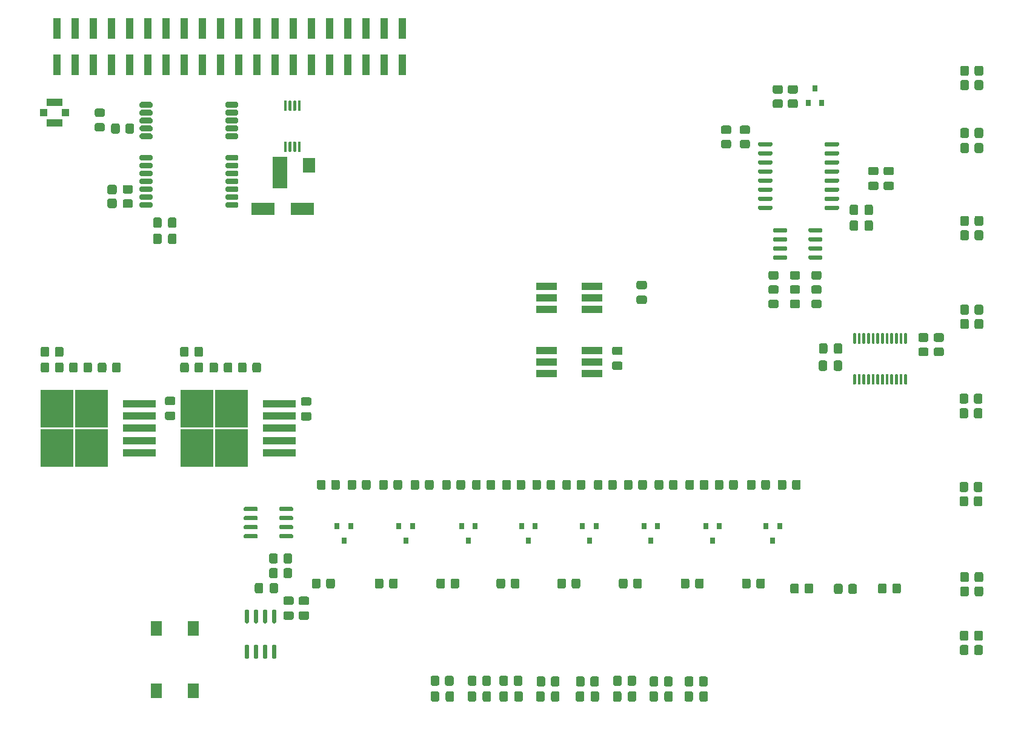
<source format=gbp>
G04 #@! TF.GenerationSoftware,KiCad,Pcbnew,5.1.10*
G04 #@! TF.CreationDate,2021-10-14T00:06:10-03:00*
G04 #@! TF.ProjectId,tesis,74657369-732e-46b6-9963-61645f706362,v1.0*
G04 #@! TF.SameCoordinates,Original*
G04 #@! TF.FileFunction,Paste,Bot*
G04 #@! TF.FilePolarity,Positive*
%FSLAX46Y46*%
G04 Gerber Fmt 4.6, Leading zero omitted, Abs format (unit mm)*
G04 Created by KiCad (PCBNEW 5.1.10) date 2021-10-14 00:06:10*
%MOMM*%
%LPD*%
G01*
G04 APERTURE LIST*
%ADD10R,3.000000X1.000000*%
%ADD11R,1.800000X2.000000*%
%ADD12R,2.000000X4.500000*%
%ADD13R,4.550000X5.250000*%
%ADD14R,4.600000X1.100000*%
%ADD15R,0.800000X0.900000*%
%ADD16R,1.000000X1.000000*%
%ADD17R,2.200000X1.050000*%
%ADD18R,3.300000X1.700000*%
%ADD19R,1.000000X3.000000*%
%ADD20R,1.500000X2.000000*%
G04 APERTURE END LIST*
D10*
X137570000Y-91330000D03*
X137570000Y-92930000D03*
X137570000Y-94530000D03*
X131170000Y-91330000D03*
X131170000Y-92930000D03*
X131170000Y-94530000D03*
X137570000Y-82330000D03*
X137570000Y-83930000D03*
X137570000Y-85530000D03*
X131170000Y-82330000D03*
X131170000Y-83930000D03*
X131170000Y-85530000D03*
D11*
X97995000Y-65380000D03*
D12*
X93995000Y-66380000D03*
D13*
X67620000Y-104955000D03*
X62770000Y-99405000D03*
X67620000Y-99405000D03*
X62770000Y-104955000D03*
D14*
X74345000Y-105580000D03*
X74345000Y-103880000D03*
X74345000Y-102180000D03*
X74345000Y-100480000D03*
X74345000Y-98780000D03*
G36*
G01*
X183419999Y-90880000D02*
X184320001Y-90880000D01*
G75*
G02*
X184570000Y-91129999I0J-249999D01*
G01*
X184570000Y-91830001D01*
G75*
G02*
X184320001Y-92080000I-249999J0D01*
G01*
X183419999Y-92080000D01*
G75*
G02*
X183170000Y-91830001I0J249999D01*
G01*
X183170000Y-91129999D01*
G75*
G02*
X183419999Y-90880000I249999J0D01*
G01*
G37*
G36*
G01*
X183419999Y-88880000D02*
X184320001Y-88880000D01*
G75*
G02*
X184570000Y-89129999I0J-249999D01*
G01*
X184570000Y-89830001D01*
G75*
G02*
X184320001Y-90080000I-249999J0D01*
G01*
X183419999Y-90080000D01*
G75*
G02*
X183170000Y-89830001I0J249999D01*
G01*
X183170000Y-89129999D01*
G75*
G02*
X183419999Y-88880000I249999J0D01*
G01*
G37*
G36*
G01*
X94675000Y-127780000D02*
X95625000Y-127780000D01*
G75*
G02*
X95875000Y-128030000I0J-250000D01*
G01*
X95875000Y-128705000D01*
G75*
G02*
X95625000Y-128955000I-250000J0D01*
G01*
X94675000Y-128955000D01*
G75*
G02*
X94425000Y-128705000I0J250000D01*
G01*
X94425000Y-128030000D01*
G75*
G02*
X94675000Y-127780000I250000J0D01*
G01*
G37*
G36*
G01*
X94675000Y-125705000D02*
X95625000Y-125705000D01*
G75*
G02*
X95875000Y-125955000I0J-250000D01*
G01*
X95875000Y-126630000D01*
G75*
G02*
X95625000Y-126880000I-250000J0D01*
G01*
X94675000Y-126880000D01*
G75*
G02*
X94425000Y-126630000I0J250000D01*
G01*
X94425000Y-125955000D01*
G75*
G02*
X94675000Y-125705000I250000J0D01*
G01*
G37*
G36*
G01*
X96825000Y-127780000D02*
X97775000Y-127780000D01*
G75*
G02*
X98025000Y-128030000I0J-250000D01*
G01*
X98025000Y-128705000D01*
G75*
G02*
X97775000Y-128955000I-250000J0D01*
G01*
X96825000Y-128955000D01*
G75*
G02*
X96575000Y-128705000I0J250000D01*
G01*
X96575000Y-128030000D01*
G75*
G02*
X96825000Y-127780000I250000J0D01*
G01*
G37*
G36*
G01*
X96825000Y-125705000D02*
X97775000Y-125705000D01*
G75*
G02*
X98025000Y-125955000I0J-250000D01*
G01*
X98025000Y-126630000D01*
G75*
G02*
X97775000Y-126880000I-250000J0D01*
G01*
X96825000Y-126880000D01*
G75*
G02*
X96575000Y-126630000I0J250000D01*
G01*
X96575000Y-125955000D01*
G75*
G02*
X96825000Y-125705000I250000J0D01*
G01*
G37*
G36*
G01*
X93687500Y-124055000D02*
X93687500Y-125005000D01*
G75*
G02*
X93437500Y-125255000I-250000J0D01*
G01*
X92762500Y-125255000D01*
G75*
G02*
X92512500Y-125005000I0J250000D01*
G01*
X92512500Y-124055000D01*
G75*
G02*
X92762500Y-123805000I250000J0D01*
G01*
X93437500Y-123805000D01*
G75*
G02*
X93687500Y-124055000I0J-250000D01*
G01*
G37*
G36*
G01*
X91612500Y-124055000D02*
X91612500Y-125005000D01*
G75*
G02*
X91362500Y-125255000I-250000J0D01*
G01*
X90687500Y-125255000D01*
G75*
G02*
X90437500Y-125005000I0J250000D01*
G01*
X90437500Y-124055000D01*
G75*
G02*
X90687500Y-123805000I250000J0D01*
G01*
X91362500Y-123805000D01*
G75*
G02*
X91612500Y-124055000I0J-250000D01*
G01*
G37*
G36*
G01*
X97145000Y-97842500D02*
X98095000Y-97842500D01*
G75*
G02*
X98345000Y-98092500I0J-250000D01*
G01*
X98345000Y-98767500D01*
G75*
G02*
X98095000Y-99017500I-250000J0D01*
G01*
X97145000Y-99017500D01*
G75*
G02*
X96895000Y-98767500I0J250000D01*
G01*
X96895000Y-98092500D01*
G75*
G02*
X97145000Y-97842500I250000J0D01*
G01*
G37*
G36*
G01*
X97145000Y-99917500D02*
X98095000Y-99917500D01*
G75*
G02*
X98345000Y-100167500I0J-250000D01*
G01*
X98345000Y-100842500D01*
G75*
G02*
X98095000Y-101092500I-250000J0D01*
G01*
X97145000Y-101092500D01*
G75*
G02*
X96895000Y-100842500I0J250000D01*
G01*
X96895000Y-100167500D01*
G75*
G02*
X97145000Y-99917500I250000J0D01*
G01*
G37*
G36*
G01*
X78145000Y-99842500D02*
X79095000Y-99842500D01*
G75*
G02*
X79345000Y-100092500I0J-250000D01*
G01*
X79345000Y-100767500D01*
G75*
G02*
X79095000Y-101017500I-250000J0D01*
G01*
X78145000Y-101017500D01*
G75*
G02*
X77895000Y-100767500I0J250000D01*
G01*
X77895000Y-100092500D01*
G75*
G02*
X78145000Y-99842500I250000J0D01*
G01*
G37*
G36*
G01*
X78145000Y-97767500D02*
X79095000Y-97767500D01*
G75*
G02*
X79345000Y-98017500I0J-250000D01*
G01*
X79345000Y-98692500D01*
G75*
G02*
X79095000Y-98942500I-250000J0D01*
G01*
X78145000Y-98942500D01*
G75*
G02*
X77895000Y-98692500I0J250000D01*
G01*
X77895000Y-98017500D01*
G75*
G02*
X78145000Y-97767500I250000J0D01*
G01*
G37*
G36*
G01*
X93305000Y-129455000D02*
X93005000Y-129455000D01*
G75*
G02*
X92855000Y-129305000I0J150000D01*
G01*
X92855000Y-127655000D01*
G75*
G02*
X93005000Y-127505000I150000J0D01*
G01*
X93305000Y-127505000D01*
G75*
G02*
X93455000Y-127655000I0J-150000D01*
G01*
X93455000Y-129305000D01*
G75*
G02*
X93305000Y-129455000I-150000J0D01*
G01*
G37*
G36*
G01*
X92035000Y-129455000D02*
X91735000Y-129455000D01*
G75*
G02*
X91585000Y-129305000I0J150000D01*
G01*
X91585000Y-127655000D01*
G75*
G02*
X91735000Y-127505000I150000J0D01*
G01*
X92035000Y-127505000D01*
G75*
G02*
X92185000Y-127655000I0J-150000D01*
G01*
X92185000Y-129305000D01*
G75*
G02*
X92035000Y-129455000I-150000J0D01*
G01*
G37*
G36*
G01*
X90765000Y-129455000D02*
X90465000Y-129455000D01*
G75*
G02*
X90315000Y-129305000I0J150000D01*
G01*
X90315000Y-127655000D01*
G75*
G02*
X90465000Y-127505000I150000J0D01*
G01*
X90765000Y-127505000D01*
G75*
G02*
X90915000Y-127655000I0J-150000D01*
G01*
X90915000Y-129305000D01*
G75*
G02*
X90765000Y-129455000I-150000J0D01*
G01*
G37*
G36*
G01*
X89495000Y-129455000D02*
X89195000Y-129455000D01*
G75*
G02*
X89045000Y-129305000I0J150000D01*
G01*
X89045000Y-127655000D01*
G75*
G02*
X89195000Y-127505000I150000J0D01*
G01*
X89495000Y-127505000D01*
G75*
G02*
X89645000Y-127655000I0J-150000D01*
G01*
X89645000Y-129305000D01*
G75*
G02*
X89495000Y-129455000I-150000J0D01*
G01*
G37*
G36*
G01*
X89495000Y-134405000D02*
X89195000Y-134405000D01*
G75*
G02*
X89045000Y-134255000I0J150000D01*
G01*
X89045000Y-132605000D01*
G75*
G02*
X89195000Y-132455000I150000J0D01*
G01*
X89495000Y-132455000D01*
G75*
G02*
X89645000Y-132605000I0J-150000D01*
G01*
X89645000Y-134255000D01*
G75*
G02*
X89495000Y-134405000I-150000J0D01*
G01*
G37*
G36*
G01*
X90765000Y-134405000D02*
X90465000Y-134405000D01*
G75*
G02*
X90315000Y-134255000I0J150000D01*
G01*
X90315000Y-132605000D01*
G75*
G02*
X90465000Y-132455000I150000J0D01*
G01*
X90765000Y-132455000D01*
G75*
G02*
X90915000Y-132605000I0J-150000D01*
G01*
X90915000Y-134255000D01*
G75*
G02*
X90765000Y-134405000I-150000J0D01*
G01*
G37*
G36*
G01*
X92035000Y-134405000D02*
X91735000Y-134405000D01*
G75*
G02*
X91585000Y-134255000I0J150000D01*
G01*
X91585000Y-132605000D01*
G75*
G02*
X91735000Y-132455000I150000J0D01*
G01*
X92035000Y-132455000D01*
G75*
G02*
X92185000Y-132605000I0J-150000D01*
G01*
X92185000Y-134255000D01*
G75*
G02*
X92035000Y-134405000I-150000J0D01*
G01*
G37*
G36*
G01*
X93305000Y-134405000D02*
X93005000Y-134405000D01*
G75*
G02*
X92855000Y-134255000I0J150000D01*
G01*
X92855000Y-132605000D01*
G75*
G02*
X93005000Y-132455000I150000J0D01*
G01*
X93305000Y-132455000D01*
G75*
G02*
X93455000Y-132605000I0J-150000D01*
G01*
X93455000Y-134255000D01*
G75*
G02*
X93305000Y-134405000I-150000J0D01*
G01*
G37*
X93895000Y-98780000D03*
X93895000Y-100480000D03*
X93895000Y-102180000D03*
X93895000Y-103880000D03*
X93895000Y-105580000D03*
D13*
X82320000Y-104955000D03*
X87170000Y-99405000D03*
X82320000Y-99405000D03*
X87170000Y-104955000D03*
G36*
G01*
X80020000Y-94130001D02*
X80020000Y-93229999D01*
G75*
G02*
X80269999Y-92980000I249999J0D01*
G01*
X80970001Y-92980000D01*
G75*
G02*
X81220000Y-93229999I0J-249999D01*
G01*
X81220000Y-94130001D01*
G75*
G02*
X80970001Y-94380000I-249999J0D01*
G01*
X80269999Y-94380000D01*
G75*
G02*
X80020000Y-94130001I0J249999D01*
G01*
G37*
G36*
G01*
X82020000Y-94130001D02*
X82020000Y-93229999D01*
G75*
G02*
X82269999Y-92980000I249999J0D01*
G01*
X82970001Y-92980000D01*
G75*
G02*
X83220000Y-93229999I0J-249999D01*
G01*
X83220000Y-94130001D01*
G75*
G02*
X82970001Y-94380000I-249999J0D01*
G01*
X82269999Y-94380000D01*
G75*
G02*
X82020000Y-94130001I0J249999D01*
G01*
G37*
G36*
G01*
X90100000Y-94130001D02*
X90100000Y-93229999D01*
G75*
G02*
X90349999Y-92980000I249999J0D01*
G01*
X91050001Y-92980000D01*
G75*
G02*
X91300000Y-93229999I0J-249999D01*
G01*
X91300000Y-94130001D01*
G75*
G02*
X91050001Y-94380000I-249999J0D01*
G01*
X90349999Y-94380000D01*
G75*
G02*
X90100000Y-94130001I0J249999D01*
G01*
G37*
G36*
G01*
X88100000Y-94130001D02*
X88100000Y-93229999D01*
G75*
G02*
X88349999Y-92980000I249999J0D01*
G01*
X89050001Y-92980000D01*
G75*
G02*
X89300000Y-93229999I0J-249999D01*
G01*
X89300000Y-94130001D01*
G75*
G02*
X89050001Y-94380000I-249999J0D01*
G01*
X88349999Y-94380000D01*
G75*
G02*
X88100000Y-94130001I0J249999D01*
G01*
G37*
G36*
G01*
X60520000Y-94130001D02*
X60520000Y-93229999D01*
G75*
G02*
X60769999Y-92980000I249999J0D01*
G01*
X61470001Y-92980000D01*
G75*
G02*
X61720000Y-93229999I0J-249999D01*
G01*
X61720000Y-94130001D01*
G75*
G02*
X61470001Y-94380000I-249999J0D01*
G01*
X60769999Y-94380000D01*
G75*
G02*
X60520000Y-94130001I0J249999D01*
G01*
G37*
G36*
G01*
X62520000Y-94130001D02*
X62520000Y-93229999D01*
G75*
G02*
X62769999Y-92980000I249999J0D01*
G01*
X63470001Y-92980000D01*
G75*
G02*
X63720000Y-93229999I0J-249999D01*
G01*
X63720000Y-94130001D01*
G75*
G02*
X63470001Y-94380000I-249999J0D01*
G01*
X62769999Y-94380000D01*
G75*
G02*
X62520000Y-94130001I0J249999D01*
G01*
G37*
G36*
G01*
X70500000Y-94130001D02*
X70500000Y-93229999D01*
G75*
G02*
X70749999Y-92980000I249999J0D01*
G01*
X71450001Y-92980000D01*
G75*
G02*
X71700000Y-93229999I0J-249999D01*
G01*
X71700000Y-94130001D01*
G75*
G02*
X71450001Y-94380000I-249999J0D01*
G01*
X70749999Y-94380000D01*
G75*
G02*
X70500000Y-94130001I0J249999D01*
G01*
G37*
G36*
G01*
X68500000Y-94130001D02*
X68500000Y-93229999D01*
G75*
G02*
X68749999Y-92980000I249999J0D01*
G01*
X69450001Y-92980000D01*
G75*
G02*
X69700000Y-93229999I0J-249999D01*
G01*
X69700000Y-94130001D01*
G75*
G02*
X69450001Y-94380000I-249999J0D01*
G01*
X68749999Y-94380000D01*
G75*
G02*
X68500000Y-94130001I0J249999D01*
G01*
G37*
G36*
G01*
X172495000Y-92942200D02*
X172495000Y-93892200D01*
G75*
G02*
X172245000Y-94142200I-250000J0D01*
G01*
X171570000Y-94142200D01*
G75*
G02*
X171320000Y-93892200I0J250000D01*
G01*
X171320000Y-92942200D01*
G75*
G02*
X171570000Y-92692200I250000J0D01*
G01*
X172245000Y-92692200D01*
G75*
G02*
X172495000Y-92942200I0J-250000D01*
G01*
G37*
G36*
G01*
X170420000Y-92942200D02*
X170420000Y-93892200D01*
G75*
G02*
X170170000Y-94142200I-250000J0D01*
G01*
X169495000Y-94142200D01*
G75*
G02*
X169245000Y-93892200I0J250000D01*
G01*
X169245000Y-92942200D01*
G75*
G02*
X169495000Y-92692200I250000J0D01*
G01*
X170170000Y-92692200D01*
G75*
G02*
X170420000Y-92942200I0J-250000D01*
G01*
G37*
G36*
G01*
X170457500Y-90542200D02*
X170457500Y-91492200D01*
G75*
G02*
X170207500Y-91742200I-250000J0D01*
G01*
X169532500Y-91742200D01*
G75*
G02*
X169282500Y-91492200I0J250000D01*
G01*
X169282500Y-90542200D01*
G75*
G02*
X169532500Y-90292200I250000J0D01*
G01*
X170207500Y-90292200D01*
G75*
G02*
X170457500Y-90542200I0J-250000D01*
G01*
G37*
G36*
G01*
X172532500Y-90542200D02*
X172532500Y-91492200D01*
G75*
G02*
X172282500Y-91742200I-250000J0D01*
G01*
X171607500Y-91742200D01*
G75*
G02*
X171357500Y-91492200I0J250000D01*
G01*
X171357500Y-90542200D01*
G75*
G02*
X171607500Y-90292200I250000J0D01*
G01*
X172282500Y-90292200D01*
G75*
G02*
X172532500Y-90542200I0J-250000D01*
G01*
G37*
G36*
G01*
X188920000Y-100530001D02*
X188920000Y-99629999D01*
G75*
G02*
X189169999Y-99380000I249999J0D01*
G01*
X189870001Y-99380000D01*
G75*
G02*
X190120000Y-99629999I0J-249999D01*
G01*
X190120000Y-100530001D01*
G75*
G02*
X189870001Y-100780000I-249999J0D01*
G01*
X189169999Y-100780000D01*
G75*
G02*
X188920000Y-100530001I0J249999D01*
G01*
G37*
G36*
G01*
X190920000Y-100530001D02*
X190920000Y-99629999D01*
G75*
G02*
X191169999Y-99380000I249999J0D01*
G01*
X191870001Y-99380000D01*
G75*
G02*
X192120000Y-99629999I0J-249999D01*
G01*
X192120000Y-100530001D01*
G75*
G02*
X191870001Y-100780000I-249999J0D01*
G01*
X191169999Y-100780000D01*
G75*
G02*
X190920000Y-100530001I0J249999D01*
G01*
G37*
G36*
G01*
X190920000Y-98480001D02*
X190920000Y-97579999D01*
G75*
G02*
X191169999Y-97330000I249999J0D01*
G01*
X191870001Y-97330000D01*
G75*
G02*
X192120000Y-97579999I0J-249999D01*
G01*
X192120000Y-98480001D01*
G75*
G02*
X191870001Y-98730000I-249999J0D01*
G01*
X191169999Y-98730000D01*
G75*
G02*
X190920000Y-98480001I0J249999D01*
G01*
G37*
G36*
G01*
X188920000Y-98480001D02*
X188920000Y-97579999D01*
G75*
G02*
X189169999Y-97330000I249999J0D01*
G01*
X189870001Y-97330000D01*
G75*
G02*
X190120000Y-97579999I0J-249999D01*
G01*
X190120000Y-98480001D01*
G75*
G02*
X189870001Y-98730000I-249999J0D01*
G01*
X189169999Y-98730000D01*
G75*
G02*
X188920000Y-98480001I0J249999D01*
G01*
G37*
G36*
G01*
X189020000Y-88030001D02*
X189020000Y-87129999D01*
G75*
G02*
X189269999Y-86880000I249999J0D01*
G01*
X189970001Y-86880000D01*
G75*
G02*
X190220000Y-87129999I0J-249999D01*
G01*
X190220000Y-88030001D01*
G75*
G02*
X189970001Y-88280000I-249999J0D01*
G01*
X189269999Y-88280000D01*
G75*
G02*
X189020000Y-88030001I0J249999D01*
G01*
G37*
G36*
G01*
X191020000Y-88030001D02*
X191020000Y-87129999D01*
G75*
G02*
X191269999Y-86880000I249999J0D01*
G01*
X191970001Y-86880000D01*
G75*
G02*
X192220000Y-87129999I0J-249999D01*
G01*
X192220000Y-88030001D01*
G75*
G02*
X191970001Y-88280000I-249999J0D01*
G01*
X191269999Y-88280000D01*
G75*
G02*
X191020000Y-88030001I0J249999D01*
G01*
G37*
G36*
G01*
X191020000Y-86030001D02*
X191020000Y-85129999D01*
G75*
G02*
X191269999Y-84880000I249999J0D01*
G01*
X191970001Y-84880000D01*
G75*
G02*
X192220000Y-85129999I0J-249999D01*
G01*
X192220000Y-86030001D01*
G75*
G02*
X191970001Y-86280000I-249999J0D01*
G01*
X191269999Y-86280000D01*
G75*
G02*
X191020000Y-86030001I0J249999D01*
G01*
G37*
G36*
G01*
X189020000Y-86030001D02*
X189020000Y-85129999D01*
G75*
G02*
X189269999Y-84880000I249999J0D01*
G01*
X189970001Y-84880000D01*
G75*
G02*
X190220000Y-85129999I0J-249999D01*
G01*
X190220000Y-86030001D01*
G75*
G02*
X189970001Y-86280000I-249999J0D01*
G01*
X189269999Y-86280000D01*
G75*
G02*
X189020000Y-86030001I0J249999D01*
G01*
G37*
G36*
G01*
X189020000Y-75630001D02*
X189020000Y-74729999D01*
G75*
G02*
X189269999Y-74480000I249999J0D01*
G01*
X189970001Y-74480000D01*
G75*
G02*
X190220000Y-74729999I0J-249999D01*
G01*
X190220000Y-75630001D01*
G75*
G02*
X189970001Y-75880000I-249999J0D01*
G01*
X189269999Y-75880000D01*
G75*
G02*
X189020000Y-75630001I0J249999D01*
G01*
G37*
G36*
G01*
X191020000Y-75630001D02*
X191020000Y-74729999D01*
G75*
G02*
X191269999Y-74480000I249999J0D01*
G01*
X191970001Y-74480000D01*
G75*
G02*
X192220000Y-74729999I0J-249999D01*
G01*
X192220000Y-75630001D01*
G75*
G02*
X191970001Y-75880000I-249999J0D01*
G01*
X191269999Y-75880000D01*
G75*
G02*
X191020000Y-75630001I0J249999D01*
G01*
G37*
G36*
G01*
X189020000Y-73630001D02*
X189020000Y-72729999D01*
G75*
G02*
X189269999Y-72480000I249999J0D01*
G01*
X189970001Y-72480000D01*
G75*
G02*
X190220000Y-72729999I0J-249999D01*
G01*
X190220000Y-73630001D01*
G75*
G02*
X189970001Y-73880000I-249999J0D01*
G01*
X189269999Y-73880000D01*
G75*
G02*
X189020000Y-73630001I0J249999D01*
G01*
G37*
G36*
G01*
X191020000Y-73630001D02*
X191020000Y-72729999D01*
G75*
G02*
X191269999Y-72480000I249999J0D01*
G01*
X191970001Y-72480000D01*
G75*
G02*
X192220000Y-72729999I0J-249999D01*
G01*
X192220000Y-73630001D01*
G75*
G02*
X191970001Y-73880000I-249999J0D01*
G01*
X191269999Y-73880000D01*
G75*
G02*
X191020000Y-73630001I0J249999D01*
G01*
G37*
G36*
G01*
X185569999Y-88880000D02*
X186470001Y-88880000D01*
G75*
G02*
X186720000Y-89129999I0J-249999D01*
G01*
X186720000Y-89830001D01*
G75*
G02*
X186470001Y-90080000I-249999J0D01*
G01*
X185569999Y-90080000D01*
G75*
G02*
X185320000Y-89830001I0J249999D01*
G01*
X185320000Y-89129999D01*
G75*
G02*
X185569999Y-88880000I249999J0D01*
G01*
G37*
G36*
G01*
X185569999Y-90880000D02*
X186470001Y-90880000D01*
G75*
G02*
X186720000Y-91129999I0J-249999D01*
G01*
X186720000Y-91830001D01*
G75*
G02*
X186470001Y-92080000I-249999J0D01*
G01*
X185569999Y-92080000D01*
G75*
G02*
X185320000Y-91830001I0J249999D01*
G01*
X185320000Y-91129999D01*
G75*
G02*
X185569999Y-90880000I249999J0D01*
G01*
G37*
G36*
G01*
X191020000Y-63430001D02*
X191020000Y-62529999D01*
G75*
G02*
X191269999Y-62280000I249999J0D01*
G01*
X191970001Y-62280000D01*
G75*
G02*
X192220000Y-62529999I0J-249999D01*
G01*
X192220000Y-63430001D01*
G75*
G02*
X191970001Y-63680000I-249999J0D01*
G01*
X191269999Y-63680000D01*
G75*
G02*
X191020000Y-63430001I0J249999D01*
G01*
G37*
G36*
G01*
X189020000Y-63430001D02*
X189020000Y-62529999D01*
G75*
G02*
X189269999Y-62280000I249999J0D01*
G01*
X189970001Y-62280000D01*
G75*
G02*
X190220000Y-62529999I0J-249999D01*
G01*
X190220000Y-63430001D01*
G75*
G02*
X189970001Y-63680000I-249999J0D01*
G01*
X189269999Y-63680000D01*
G75*
G02*
X189020000Y-63430001I0J249999D01*
G01*
G37*
G36*
G01*
X189020000Y-61330001D02*
X189020000Y-60429999D01*
G75*
G02*
X189269999Y-60180000I249999J0D01*
G01*
X189970001Y-60180000D01*
G75*
G02*
X190220000Y-60429999I0J-249999D01*
G01*
X190220000Y-61330001D01*
G75*
G02*
X189970001Y-61580000I-249999J0D01*
G01*
X189269999Y-61580000D01*
G75*
G02*
X189020000Y-61330001I0J249999D01*
G01*
G37*
G36*
G01*
X191020000Y-61330001D02*
X191020000Y-60429999D01*
G75*
G02*
X191269999Y-60180000I249999J0D01*
G01*
X191970001Y-60180000D01*
G75*
G02*
X192220000Y-60429999I0J-249999D01*
G01*
X192220000Y-61330001D01*
G75*
G02*
X191970001Y-61580000I-249999J0D01*
G01*
X191269999Y-61580000D01*
G75*
G02*
X191020000Y-61330001I0J249999D01*
G01*
G37*
G36*
G01*
X191020000Y-54630001D02*
X191020000Y-53729999D01*
G75*
G02*
X191269999Y-53480000I249999J0D01*
G01*
X191970001Y-53480000D01*
G75*
G02*
X192220000Y-53729999I0J-249999D01*
G01*
X192220000Y-54630001D01*
G75*
G02*
X191970001Y-54880000I-249999J0D01*
G01*
X191269999Y-54880000D01*
G75*
G02*
X191020000Y-54630001I0J249999D01*
G01*
G37*
G36*
G01*
X189020000Y-54630001D02*
X189020000Y-53729999D01*
G75*
G02*
X189269999Y-53480000I249999J0D01*
G01*
X189970001Y-53480000D01*
G75*
G02*
X190220000Y-53729999I0J-249999D01*
G01*
X190220000Y-54630001D01*
G75*
G02*
X189970001Y-54880000I-249999J0D01*
G01*
X189269999Y-54880000D01*
G75*
G02*
X189020000Y-54630001I0J249999D01*
G01*
G37*
G36*
G01*
X189020000Y-52630001D02*
X189020000Y-51729999D01*
G75*
G02*
X189269999Y-51480000I249999J0D01*
G01*
X189970001Y-51480000D01*
G75*
G02*
X190220000Y-51729999I0J-249999D01*
G01*
X190220000Y-52630001D01*
G75*
G02*
X189970001Y-52880000I-249999J0D01*
G01*
X189269999Y-52880000D01*
G75*
G02*
X189020000Y-52630001I0J249999D01*
G01*
G37*
G36*
G01*
X191020000Y-52630001D02*
X191020000Y-51729999D01*
G75*
G02*
X191269999Y-51480000I249999J0D01*
G01*
X191970001Y-51480000D01*
G75*
G02*
X192220000Y-51729999I0J-249999D01*
G01*
X192220000Y-52630001D01*
G75*
G02*
X191970001Y-52880000I-249999J0D01*
G01*
X191269999Y-52880000D01*
G75*
G02*
X191020000Y-52630001I0J249999D01*
G01*
G37*
G36*
G01*
X190920000Y-112830001D02*
X190920000Y-111929999D01*
G75*
G02*
X191169999Y-111680000I249999J0D01*
G01*
X191870001Y-111680000D01*
G75*
G02*
X192120000Y-111929999I0J-249999D01*
G01*
X192120000Y-112830001D01*
G75*
G02*
X191870001Y-113080000I-249999J0D01*
G01*
X191169999Y-113080000D01*
G75*
G02*
X190920000Y-112830001I0J249999D01*
G01*
G37*
G36*
G01*
X188920000Y-112830001D02*
X188920000Y-111929999D01*
G75*
G02*
X189169999Y-111680000I249999J0D01*
G01*
X189870001Y-111680000D01*
G75*
G02*
X190120000Y-111929999I0J-249999D01*
G01*
X190120000Y-112830001D01*
G75*
G02*
X189870001Y-113080000I-249999J0D01*
G01*
X189169999Y-113080000D01*
G75*
G02*
X188920000Y-112830001I0J249999D01*
G01*
G37*
G36*
G01*
X188920000Y-110830001D02*
X188920000Y-109929999D01*
G75*
G02*
X189169999Y-109680000I249999J0D01*
G01*
X189870001Y-109680000D01*
G75*
G02*
X190120000Y-109929999I0J-249999D01*
G01*
X190120000Y-110830001D01*
G75*
G02*
X189870001Y-111080000I-249999J0D01*
G01*
X189169999Y-111080000D01*
G75*
G02*
X188920000Y-110830001I0J249999D01*
G01*
G37*
G36*
G01*
X190920000Y-110830001D02*
X190920000Y-109929999D01*
G75*
G02*
X191169999Y-109680000I249999J0D01*
G01*
X191870001Y-109680000D01*
G75*
G02*
X192120000Y-109929999I0J-249999D01*
G01*
X192120000Y-110830001D01*
G75*
G02*
X191870001Y-111080000I-249999J0D01*
G01*
X191169999Y-111080000D01*
G75*
G02*
X190920000Y-110830001I0J249999D01*
G01*
G37*
G36*
G01*
X191020000Y-125430001D02*
X191020000Y-124529999D01*
G75*
G02*
X191269999Y-124280000I249999J0D01*
G01*
X191970001Y-124280000D01*
G75*
G02*
X192220000Y-124529999I0J-249999D01*
G01*
X192220000Y-125430001D01*
G75*
G02*
X191970001Y-125680000I-249999J0D01*
G01*
X191269999Y-125680000D01*
G75*
G02*
X191020000Y-125430001I0J249999D01*
G01*
G37*
G36*
G01*
X189020000Y-125430001D02*
X189020000Y-124529999D01*
G75*
G02*
X189269999Y-124280000I249999J0D01*
G01*
X189970001Y-124280000D01*
G75*
G02*
X190220000Y-124529999I0J-249999D01*
G01*
X190220000Y-125430001D01*
G75*
G02*
X189970001Y-125680000I-249999J0D01*
G01*
X189269999Y-125680000D01*
G75*
G02*
X189020000Y-125430001I0J249999D01*
G01*
G37*
G36*
G01*
X189020000Y-123430001D02*
X189020000Y-122529999D01*
G75*
G02*
X189269999Y-122280000I249999J0D01*
G01*
X189970001Y-122280000D01*
G75*
G02*
X190220000Y-122529999I0J-249999D01*
G01*
X190220000Y-123430001D01*
G75*
G02*
X189970001Y-123680000I-249999J0D01*
G01*
X189269999Y-123680000D01*
G75*
G02*
X189020000Y-123430001I0J249999D01*
G01*
G37*
G36*
G01*
X191020000Y-123430001D02*
X191020000Y-122529999D01*
G75*
G02*
X191269999Y-122280000I249999J0D01*
G01*
X191970001Y-122280000D01*
G75*
G02*
X192220000Y-122529999I0J-249999D01*
G01*
X192220000Y-123430001D01*
G75*
G02*
X191970001Y-123680000I-249999J0D01*
G01*
X191269999Y-123680000D01*
G75*
G02*
X191020000Y-123430001I0J249999D01*
G01*
G37*
G36*
G01*
X190970000Y-133630001D02*
X190970000Y-132729999D01*
G75*
G02*
X191219999Y-132480000I249999J0D01*
G01*
X191920001Y-132480000D01*
G75*
G02*
X192170000Y-132729999I0J-249999D01*
G01*
X192170000Y-133630001D01*
G75*
G02*
X191920001Y-133880000I-249999J0D01*
G01*
X191219999Y-133880000D01*
G75*
G02*
X190970000Y-133630001I0J249999D01*
G01*
G37*
G36*
G01*
X188970000Y-133630001D02*
X188970000Y-132729999D01*
G75*
G02*
X189219999Y-132480000I249999J0D01*
G01*
X189920001Y-132480000D01*
G75*
G02*
X190170000Y-132729999I0J-249999D01*
G01*
X190170000Y-133630001D01*
G75*
G02*
X189920001Y-133880000I-249999J0D01*
G01*
X189219999Y-133880000D01*
G75*
G02*
X188970000Y-133630001I0J249999D01*
G01*
G37*
G36*
G01*
X190970000Y-131630001D02*
X190970000Y-130729999D01*
G75*
G02*
X191219999Y-130480000I249999J0D01*
G01*
X191920001Y-130480000D01*
G75*
G02*
X192170000Y-130729999I0J-249999D01*
G01*
X192170000Y-131630001D01*
G75*
G02*
X191920001Y-131880000I-249999J0D01*
G01*
X191219999Y-131880000D01*
G75*
G02*
X190970000Y-131630001I0J249999D01*
G01*
G37*
G36*
G01*
X188970000Y-131630001D02*
X188970000Y-130729999D01*
G75*
G02*
X189219999Y-130480000I249999J0D01*
G01*
X189920001Y-130480000D01*
G75*
G02*
X190170000Y-130729999I0J-249999D01*
G01*
X190170000Y-131630001D01*
G75*
G02*
X189920001Y-131880000I-249999J0D01*
G01*
X189219999Y-131880000D01*
G75*
G02*
X188970000Y-131630001I0J249999D01*
G01*
G37*
G36*
G01*
X181495000Y-96080000D02*
X181295000Y-96080000D01*
G75*
G02*
X181195000Y-95980000I0J100000D01*
G01*
X181195000Y-94705000D01*
G75*
G02*
X181295000Y-94605000I100000J0D01*
G01*
X181495000Y-94605000D01*
G75*
G02*
X181595000Y-94705000I0J-100000D01*
G01*
X181595000Y-95980000D01*
G75*
G02*
X181495000Y-96080000I-100000J0D01*
G01*
G37*
G36*
G01*
X180845000Y-96080000D02*
X180645000Y-96080000D01*
G75*
G02*
X180545000Y-95980000I0J100000D01*
G01*
X180545000Y-94705000D01*
G75*
G02*
X180645000Y-94605000I100000J0D01*
G01*
X180845000Y-94605000D01*
G75*
G02*
X180945000Y-94705000I0J-100000D01*
G01*
X180945000Y-95980000D01*
G75*
G02*
X180845000Y-96080000I-100000J0D01*
G01*
G37*
G36*
G01*
X180195000Y-96080000D02*
X179995000Y-96080000D01*
G75*
G02*
X179895000Y-95980000I0J100000D01*
G01*
X179895000Y-94705000D01*
G75*
G02*
X179995000Y-94605000I100000J0D01*
G01*
X180195000Y-94605000D01*
G75*
G02*
X180295000Y-94705000I0J-100000D01*
G01*
X180295000Y-95980000D01*
G75*
G02*
X180195000Y-96080000I-100000J0D01*
G01*
G37*
G36*
G01*
X179545000Y-96080000D02*
X179345000Y-96080000D01*
G75*
G02*
X179245000Y-95980000I0J100000D01*
G01*
X179245000Y-94705000D01*
G75*
G02*
X179345000Y-94605000I100000J0D01*
G01*
X179545000Y-94605000D01*
G75*
G02*
X179645000Y-94705000I0J-100000D01*
G01*
X179645000Y-95980000D01*
G75*
G02*
X179545000Y-96080000I-100000J0D01*
G01*
G37*
G36*
G01*
X178895000Y-96080000D02*
X178695000Y-96080000D01*
G75*
G02*
X178595000Y-95980000I0J100000D01*
G01*
X178595000Y-94705000D01*
G75*
G02*
X178695000Y-94605000I100000J0D01*
G01*
X178895000Y-94605000D01*
G75*
G02*
X178995000Y-94705000I0J-100000D01*
G01*
X178995000Y-95980000D01*
G75*
G02*
X178895000Y-96080000I-100000J0D01*
G01*
G37*
G36*
G01*
X178245000Y-96080000D02*
X178045000Y-96080000D01*
G75*
G02*
X177945000Y-95980000I0J100000D01*
G01*
X177945000Y-94705000D01*
G75*
G02*
X178045000Y-94605000I100000J0D01*
G01*
X178245000Y-94605000D01*
G75*
G02*
X178345000Y-94705000I0J-100000D01*
G01*
X178345000Y-95980000D01*
G75*
G02*
X178245000Y-96080000I-100000J0D01*
G01*
G37*
G36*
G01*
X177595000Y-96080000D02*
X177395000Y-96080000D01*
G75*
G02*
X177295000Y-95980000I0J100000D01*
G01*
X177295000Y-94705000D01*
G75*
G02*
X177395000Y-94605000I100000J0D01*
G01*
X177595000Y-94605000D01*
G75*
G02*
X177695000Y-94705000I0J-100000D01*
G01*
X177695000Y-95980000D01*
G75*
G02*
X177595000Y-96080000I-100000J0D01*
G01*
G37*
G36*
G01*
X176945000Y-96080000D02*
X176745000Y-96080000D01*
G75*
G02*
X176645000Y-95980000I0J100000D01*
G01*
X176645000Y-94705000D01*
G75*
G02*
X176745000Y-94605000I100000J0D01*
G01*
X176945000Y-94605000D01*
G75*
G02*
X177045000Y-94705000I0J-100000D01*
G01*
X177045000Y-95980000D01*
G75*
G02*
X176945000Y-96080000I-100000J0D01*
G01*
G37*
G36*
G01*
X176295000Y-96080000D02*
X176095000Y-96080000D01*
G75*
G02*
X175995000Y-95980000I0J100000D01*
G01*
X175995000Y-94705000D01*
G75*
G02*
X176095000Y-94605000I100000J0D01*
G01*
X176295000Y-94605000D01*
G75*
G02*
X176395000Y-94705000I0J-100000D01*
G01*
X176395000Y-95980000D01*
G75*
G02*
X176295000Y-96080000I-100000J0D01*
G01*
G37*
G36*
G01*
X175645000Y-96080000D02*
X175445000Y-96080000D01*
G75*
G02*
X175345000Y-95980000I0J100000D01*
G01*
X175345000Y-94705000D01*
G75*
G02*
X175445000Y-94605000I100000J0D01*
G01*
X175645000Y-94605000D01*
G75*
G02*
X175745000Y-94705000I0J-100000D01*
G01*
X175745000Y-95980000D01*
G75*
G02*
X175645000Y-96080000I-100000J0D01*
G01*
G37*
G36*
G01*
X174995000Y-96080000D02*
X174795000Y-96080000D01*
G75*
G02*
X174695000Y-95980000I0J100000D01*
G01*
X174695000Y-94705000D01*
G75*
G02*
X174795000Y-94605000I100000J0D01*
G01*
X174995000Y-94605000D01*
G75*
G02*
X175095000Y-94705000I0J-100000D01*
G01*
X175095000Y-95980000D01*
G75*
G02*
X174995000Y-96080000I-100000J0D01*
G01*
G37*
G36*
G01*
X174345000Y-96080000D02*
X174145000Y-96080000D01*
G75*
G02*
X174045000Y-95980000I0J100000D01*
G01*
X174045000Y-94705000D01*
G75*
G02*
X174145000Y-94605000I100000J0D01*
G01*
X174345000Y-94605000D01*
G75*
G02*
X174445000Y-94705000I0J-100000D01*
G01*
X174445000Y-95980000D01*
G75*
G02*
X174345000Y-96080000I-100000J0D01*
G01*
G37*
G36*
G01*
X174345000Y-90355000D02*
X174145000Y-90355000D01*
G75*
G02*
X174045000Y-90255000I0J100000D01*
G01*
X174045000Y-88980000D01*
G75*
G02*
X174145000Y-88880000I100000J0D01*
G01*
X174345000Y-88880000D01*
G75*
G02*
X174445000Y-88980000I0J-100000D01*
G01*
X174445000Y-90255000D01*
G75*
G02*
X174345000Y-90355000I-100000J0D01*
G01*
G37*
G36*
G01*
X174995000Y-90355000D02*
X174795000Y-90355000D01*
G75*
G02*
X174695000Y-90255000I0J100000D01*
G01*
X174695000Y-88980000D01*
G75*
G02*
X174795000Y-88880000I100000J0D01*
G01*
X174995000Y-88880000D01*
G75*
G02*
X175095000Y-88980000I0J-100000D01*
G01*
X175095000Y-90255000D01*
G75*
G02*
X174995000Y-90355000I-100000J0D01*
G01*
G37*
G36*
G01*
X175645000Y-90355000D02*
X175445000Y-90355000D01*
G75*
G02*
X175345000Y-90255000I0J100000D01*
G01*
X175345000Y-88980000D01*
G75*
G02*
X175445000Y-88880000I100000J0D01*
G01*
X175645000Y-88880000D01*
G75*
G02*
X175745000Y-88980000I0J-100000D01*
G01*
X175745000Y-90255000D01*
G75*
G02*
X175645000Y-90355000I-100000J0D01*
G01*
G37*
G36*
G01*
X176295000Y-90355000D02*
X176095000Y-90355000D01*
G75*
G02*
X175995000Y-90255000I0J100000D01*
G01*
X175995000Y-88980000D01*
G75*
G02*
X176095000Y-88880000I100000J0D01*
G01*
X176295000Y-88880000D01*
G75*
G02*
X176395000Y-88980000I0J-100000D01*
G01*
X176395000Y-90255000D01*
G75*
G02*
X176295000Y-90355000I-100000J0D01*
G01*
G37*
G36*
G01*
X176945000Y-90355000D02*
X176745000Y-90355000D01*
G75*
G02*
X176645000Y-90255000I0J100000D01*
G01*
X176645000Y-88980000D01*
G75*
G02*
X176745000Y-88880000I100000J0D01*
G01*
X176945000Y-88880000D01*
G75*
G02*
X177045000Y-88980000I0J-100000D01*
G01*
X177045000Y-90255000D01*
G75*
G02*
X176945000Y-90355000I-100000J0D01*
G01*
G37*
G36*
G01*
X177595000Y-90355000D02*
X177395000Y-90355000D01*
G75*
G02*
X177295000Y-90255000I0J100000D01*
G01*
X177295000Y-88980000D01*
G75*
G02*
X177395000Y-88880000I100000J0D01*
G01*
X177595000Y-88880000D01*
G75*
G02*
X177695000Y-88980000I0J-100000D01*
G01*
X177695000Y-90255000D01*
G75*
G02*
X177595000Y-90355000I-100000J0D01*
G01*
G37*
G36*
G01*
X178245000Y-90355000D02*
X178045000Y-90355000D01*
G75*
G02*
X177945000Y-90255000I0J100000D01*
G01*
X177945000Y-88980000D01*
G75*
G02*
X178045000Y-88880000I100000J0D01*
G01*
X178245000Y-88880000D01*
G75*
G02*
X178345000Y-88980000I0J-100000D01*
G01*
X178345000Y-90255000D01*
G75*
G02*
X178245000Y-90355000I-100000J0D01*
G01*
G37*
G36*
G01*
X178895000Y-90355000D02*
X178695000Y-90355000D01*
G75*
G02*
X178595000Y-90255000I0J100000D01*
G01*
X178595000Y-88980000D01*
G75*
G02*
X178695000Y-88880000I100000J0D01*
G01*
X178895000Y-88880000D01*
G75*
G02*
X178995000Y-88980000I0J-100000D01*
G01*
X178995000Y-90255000D01*
G75*
G02*
X178895000Y-90355000I-100000J0D01*
G01*
G37*
G36*
G01*
X179545000Y-90355000D02*
X179345000Y-90355000D01*
G75*
G02*
X179245000Y-90255000I0J100000D01*
G01*
X179245000Y-88980000D01*
G75*
G02*
X179345000Y-88880000I100000J0D01*
G01*
X179545000Y-88880000D01*
G75*
G02*
X179645000Y-88980000I0J-100000D01*
G01*
X179645000Y-90255000D01*
G75*
G02*
X179545000Y-90355000I-100000J0D01*
G01*
G37*
G36*
G01*
X180195000Y-90355000D02*
X179995000Y-90355000D01*
G75*
G02*
X179895000Y-90255000I0J100000D01*
G01*
X179895000Y-88980000D01*
G75*
G02*
X179995000Y-88880000I100000J0D01*
G01*
X180195000Y-88880000D01*
G75*
G02*
X180295000Y-88980000I0J-100000D01*
G01*
X180295000Y-90255000D01*
G75*
G02*
X180195000Y-90355000I-100000J0D01*
G01*
G37*
G36*
G01*
X180845000Y-90355000D02*
X180645000Y-90355000D01*
G75*
G02*
X180545000Y-90255000I0J100000D01*
G01*
X180545000Y-88980000D01*
G75*
G02*
X180645000Y-88880000I100000J0D01*
G01*
X180845000Y-88880000D01*
G75*
G02*
X180945000Y-88980000I0J-100000D01*
G01*
X180945000Y-90255000D01*
G75*
G02*
X180845000Y-90355000I-100000J0D01*
G01*
G37*
G36*
G01*
X181495000Y-90355000D02*
X181295000Y-90355000D01*
G75*
G02*
X181195000Y-90255000I0J100000D01*
G01*
X181195000Y-88980000D01*
G75*
G02*
X181295000Y-88880000I100000J0D01*
G01*
X181495000Y-88880000D01*
G75*
G02*
X181595000Y-88980000I0J-100000D01*
G01*
X181595000Y-90255000D01*
G75*
G02*
X181495000Y-90355000I-100000J0D01*
G01*
G37*
G36*
G01*
X144975000Y-84805000D02*
X144025000Y-84805000D01*
G75*
G02*
X143775000Y-84555000I0J250000D01*
G01*
X143775000Y-83880000D01*
G75*
G02*
X144025000Y-83630000I250000J0D01*
G01*
X144975000Y-83630000D01*
G75*
G02*
X145225000Y-83880000I0J-250000D01*
G01*
X145225000Y-84555000D01*
G75*
G02*
X144975000Y-84805000I-250000J0D01*
G01*
G37*
G36*
G01*
X144975000Y-82730000D02*
X144025000Y-82730000D01*
G75*
G02*
X143775000Y-82480000I0J250000D01*
G01*
X143775000Y-81805000D01*
G75*
G02*
X144025000Y-81555000I250000J0D01*
G01*
X144975000Y-81555000D01*
G75*
G02*
X145225000Y-81805000I0J-250000D01*
G01*
X145225000Y-82480000D01*
G75*
G02*
X144975000Y-82730000I-250000J0D01*
G01*
G37*
G36*
G01*
X141575000Y-91930000D02*
X140625000Y-91930000D01*
G75*
G02*
X140375000Y-91680000I0J250000D01*
G01*
X140375000Y-91005000D01*
G75*
G02*
X140625000Y-90755000I250000J0D01*
G01*
X141575000Y-90755000D01*
G75*
G02*
X141825000Y-91005000I0J-250000D01*
G01*
X141825000Y-91680000D01*
G75*
G02*
X141575000Y-91930000I-250000J0D01*
G01*
G37*
G36*
G01*
X141575000Y-94005000D02*
X140625000Y-94005000D01*
G75*
G02*
X140375000Y-93755000I0J250000D01*
G01*
X140375000Y-93080000D01*
G75*
G02*
X140625000Y-92830000I250000J0D01*
G01*
X141575000Y-92830000D01*
G75*
G02*
X141825000Y-93080000I0J-250000D01*
G01*
X141825000Y-93755000D01*
G75*
G02*
X141575000Y-94005000I-250000J0D01*
G01*
G37*
G36*
G01*
X115032500Y-140155000D02*
X115032500Y-139205000D01*
G75*
G02*
X115282500Y-138955000I250000J0D01*
G01*
X115957500Y-138955000D01*
G75*
G02*
X116207500Y-139205000I0J-250000D01*
G01*
X116207500Y-140155000D01*
G75*
G02*
X115957500Y-140405000I-250000J0D01*
G01*
X115282500Y-140405000D01*
G75*
G02*
X115032500Y-140155000I0J250000D01*
G01*
G37*
G36*
G01*
X117107500Y-140155000D02*
X117107500Y-139205000D01*
G75*
G02*
X117357500Y-138955000I250000J0D01*
G01*
X118032500Y-138955000D01*
G75*
G02*
X118282500Y-139205000I0J-250000D01*
G01*
X118282500Y-140155000D01*
G75*
G02*
X118032500Y-140405000I-250000J0D01*
G01*
X117357500Y-140405000D01*
G75*
G02*
X117107500Y-140155000I0J250000D01*
G01*
G37*
G36*
G01*
X120195000Y-140155000D02*
X120195000Y-139205000D01*
G75*
G02*
X120445000Y-138955000I250000J0D01*
G01*
X121120000Y-138955000D01*
G75*
G02*
X121370000Y-139205000I0J-250000D01*
G01*
X121370000Y-140155000D01*
G75*
G02*
X121120000Y-140405000I-250000J0D01*
G01*
X120445000Y-140405000D01*
G75*
G02*
X120195000Y-140155000I0J250000D01*
G01*
G37*
G36*
G01*
X122270000Y-140155000D02*
X122270000Y-139205000D01*
G75*
G02*
X122520000Y-138955000I250000J0D01*
G01*
X123195000Y-138955000D01*
G75*
G02*
X123445000Y-139205000I0J-250000D01*
G01*
X123445000Y-140155000D01*
G75*
G02*
X123195000Y-140405000I-250000J0D01*
G01*
X122520000Y-140405000D01*
G75*
G02*
X122270000Y-140155000I0J250000D01*
G01*
G37*
G36*
G01*
X124632500Y-140155000D02*
X124632500Y-139205000D01*
G75*
G02*
X124882500Y-138955000I250000J0D01*
G01*
X125557500Y-138955000D01*
G75*
G02*
X125807500Y-139205000I0J-250000D01*
G01*
X125807500Y-140155000D01*
G75*
G02*
X125557500Y-140405000I-250000J0D01*
G01*
X124882500Y-140405000D01*
G75*
G02*
X124632500Y-140155000I0J250000D01*
G01*
G37*
G36*
G01*
X126707500Y-140155000D02*
X126707500Y-139205000D01*
G75*
G02*
X126957500Y-138955000I250000J0D01*
G01*
X127632500Y-138955000D01*
G75*
G02*
X127882500Y-139205000I0J-250000D01*
G01*
X127882500Y-140155000D01*
G75*
G02*
X127632500Y-140405000I-250000J0D01*
G01*
X126957500Y-140405000D01*
G75*
G02*
X126707500Y-140155000I0J250000D01*
G01*
G37*
G36*
G01*
X131832500Y-140155000D02*
X131832500Y-139205000D01*
G75*
G02*
X132082500Y-138955000I250000J0D01*
G01*
X132757500Y-138955000D01*
G75*
G02*
X133007500Y-139205000I0J-250000D01*
G01*
X133007500Y-140155000D01*
G75*
G02*
X132757500Y-140405000I-250000J0D01*
G01*
X132082500Y-140405000D01*
G75*
G02*
X131832500Y-140155000I0J250000D01*
G01*
G37*
G36*
G01*
X129757500Y-140155000D02*
X129757500Y-139205000D01*
G75*
G02*
X130007500Y-138955000I250000J0D01*
G01*
X130682500Y-138955000D01*
G75*
G02*
X130932500Y-139205000I0J-250000D01*
G01*
X130932500Y-140155000D01*
G75*
G02*
X130682500Y-140405000I-250000J0D01*
G01*
X130007500Y-140405000D01*
G75*
G02*
X129757500Y-140155000I0J250000D01*
G01*
G37*
G36*
G01*
X135295000Y-140155000D02*
X135295000Y-139205000D01*
G75*
G02*
X135545000Y-138955000I250000J0D01*
G01*
X136220000Y-138955000D01*
G75*
G02*
X136470000Y-139205000I0J-250000D01*
G01*
X136470000Y-140155000D01*
G75*
G02*
X136220000Y-140405000I-250000J0D01*
G01*
X135545000Y-140405000D01*
G75*
G02*
X135295000Y-140155000I0J250000D01*
G01*
G37*
G36*
G01*
X137370000Y-140155000D02*
X137370000Y-139205000D01*
G75*
G02*
X137620000Y-138955000I250000J0D01*
G01*
X138295000Y-138955000D01*
G75*
G02*
X138545000Y-139205000I0J-250000D01*
G01*
X138545000Y-140155000D01*
G75*
G02*
X138295000Y-140405000I-250000J0D01*
G01*
X137620000Y-140405000D01*
G75*
G02*
X137370000Y-140155000I0J250000D01*
G01*
G37*
G36*
G01*
X142570000Y-140155000D02*
X142570000Y-139205000D01*
G75*
G02*
X142820000Y-138955000I250000J0D01*
G01*
X143495000Y-138955000D01*
G75*
G02*
X143745000Y-139205000I0J-250000D01*
G01*
X143745000Y-140155000D01*
G75*
G02*
X143495000Y-140405000I-250000J0D01*
G01*
X142820000Y-140405000D01*
G75*
G02*
X142570000Y-140155000I0J250000D01*
G01*
G37*
G36*
G01*
X140495000Y-140155000D02*
X140495000Y-139205000D01*
G75*
G02*
X140745000Y-138955000I250000J0D01*
G01*
X141420000Y-138955000D01*
G75*
G02*
X141670000Y-139205000I0J-250000D01*
G01*
X141670000Y-140155000D01*
G75*
G02*
X141420000Y-140405000I-250000J0D01*
G01*
X140745000Y-140405000D01*
G75*
G02*
X140495000Y-140155000I0J250000D01*
G01*
G37*
G36*
G01*
X147670000Y-140155000D02*
X147670000Y-139205000D01*
G75*
G02*
X147920000Y-138955000I250000J0D01*
G01*
X148595000Y-138955000D01*
G75*
G02*
X148845000Y-139205000I0J-250000D01*
G01*
X148845000Y-140155000D01*
G75*
G02*
X148595000Y-140405000I-250000J0D01*
G01*
X147920000Y-140405000D01*
G75*
G02*
X147670000Y-140155000I0J250000D01*
G01*
G37*
G36*
G01*
X145595000Y-140155000D02*
X145595000Y-139205000D01*
G75*
G02*
X145845000Y-138955000I250000J0D01*
G01*
X146520000Y-138955000D01*
G75*
G02*
X146770000Y-139205000I0J-250000D01*
G01*
X146770000Y-140155000D01*
G75*
G02*
X146520000Y-140405000I-250000J0D01*
G01*
X145845000Y-140405000D01*
G75*
G02*
X145595000Y-140155000I0J250000D01*
G01*
G37*
G36*
G01*
X152570000Y-140155000D02*
X152570000Y-139205000D01*
G75*
G02*
X152820000Y-138955000I250000J0D01*
G01*
X153495000Y-138955000D01*
G75*
G02*
X153745000Y-139205000I0J-250000D01*
G01*
X153745000Y-140155000D01*
G75*
G02*
X153495000Y-140405000I-250000J0D01*
G01*
X152820000Y-140405000D01*
G75*
G02*
X152570000Y-140155000I0J250000D01*
G01*
G37*
G36*
G01*
X150495000Y-140155000D02*
X150495000Y-139205000D01*
G75*
G02*
X150745000Y-138955000I250000J0D01*
G01*
X151420000Y-138955000D01*
G75*
G02*
X151670000Y-139205000I0J-250000D01*
G01*
X151670000Y-140155000D01*
G75*
G02*
X151420000Y-140405000I-250000J0D01*
G01*
X150745000Y-140405000D01*
G75*
G02*
X150495000Y-140155000I0J250000D01*
G01*
G37*
D15*
X101955000Y-115880000D03*
X103855000Y-115880000D03*
X102905000Y-117880000D03*
X110591000Y-115880000D03*
X112491000Y-115880000D03*
X111541000Y-117880000D03*
X120304000Y-117880000D03*
X121254000Y-115880000D03*
X119354000Y-115880000D03*
X128686000Y-117880000D03*
X129636000Y-115880000D03*
X127736000Y-115880000D03*
X137195000Y-117880000D03*
X138145000Y-115880000D03*
X136245000Y-115880000D03*
X144815000Y-115880000D03*
X146715000Y-115880000D03*
X145765000Y-117880000D03*
X153470000Y-115862000D03*
X155370000Y-115862000D03*
X154420000Y-117862000D03*
X162820000Y-117880000D03*
X163770000Y-115880000D03*
X161870000Y-115880000D03*
G36*
G01*
X100420000Y-124330001D02*
X100420000Y-123429999D01*
G75*
G02*
X100669999Y-123180000I249999J0D01*
G01*
X101370001Y-123180000D01*
G75*
G02*
X101620000Y-123429999I0J-249999D01*
G01*
X101620000Y-124330001D01*
G75*
G02*
X101370001Y-124580000I-249999J0D01*
G01*
X100669999Y-124580000D01*
G75*
G02*
X100420000Y-124330001I0J249999D01*
G01*
G37*
G36*
G01*
X98420000Y-124330001D02*
X98420000Y-123429999D01*
G75*
G02*
X98669999Y-123180000I249999J0D01*
G01*
X99370001Y-123180000D01*
G75*
G02*
X99620000Y-123429999I0J-249999D01*
G01*
X99620000Y-124330001D01*
G75*
G02*
X99370001Y-124580000I-249999J0D01*
G01*
X98669999Y-124580000D01*
G75*
G02*
X98420000Y-124330001I0J249999D01*
G01*
G37*
G36*
G01*
X107220000Y-124330001D02*
X107220000Y-123429999D01*
G75*
G02*
X107469999Y-123180000I249999J0D01*
G01*
X108170001Y-123180000D01*
G75*
G02*
X108420000Y-123429999I0J-249999D01*
G01*
X108420000Y-124330001D01*
G75*
G02*
X108170001Y-124580000I-249999J0D01*
G01*
X107469999Y-124580000D01*
G75*
G02*
X107220000Y-124330001I0J249999D01*
G01*
G37*
G36*
G01*
X109220000Y-124330001D02*
X109220000Y-123429999D01*
G75*
G02*
X109469999Y-123180000I249999J0D01*
G01*
X110170001Y-123180000D01*
G75*
G02*
X110420000Y-123429999I0J-249999D01*
G01*
X110420000Y-124330001D01*
G75*
G02*
X110170001Y-124580000I-249999J0D01*
G01*
X109469999Y-124580000D01*
G75*
G02*
X109220000Y-124330001I0J249999D01*
G01*
G37*
G36*
G01*
X115020000Y-137930001D02*
X115020000Y-137029999D01*
G75*
G02*
X115269999Y-136780000I249999J0D01*
G01*
X115970001Y-136780000D01*
G75*
G02*
X116220000Y-137029999I0J-249999D01*
G01*
X116220000Y-137930001D01*
G75*
G02*
X115970001Y-138180000I-249999J0D01*
G01*
X115269999Y-138180000D01*
G75*
G02*
X115020000Y-137930001I0J249999D01*
G01*
G37*
G36*
G01*
X117020000Y-137930001D02*
X117020000Y-137029999D01*
G75*
G02*
X117269999Y-136780000I249999J0D01*
G01*
X117970001Y-136780000D01*
G75*
G02*
X118220000Y-137029999I0J-249999D01*
G01*
X118220000Y-137930001D01*
G75*
G02*
X117970001Y-138180000I-249999J0D01*
G01*
X117269999Y-138180000D01*
G75*
G02*
X117020000Y-137930001I0J249999D01*
G01*
G37*
G36*
G01*
X120220000Y-137930001D02*
X120220000Y-137029999D01*
G75*
G02*
X120469999Y-136780000I249999J0D01*
G01*
X121170001Y-136780000D01*
G75*
G02*
X121420000Y-137029999I0J-249999D01*
G01*
X121420000Y-137930001D01*
G75*
G02*
X121170001Y-138180000I-249999J0D01*
G01*
X120469999Y-138180000D01*
G75*
G02*
X120220000Y-137930001I0J249999D01*
G01*
G37*
G36*
G01*
X122220000Y-137930001D02*
X122220000Y-137029999D01*
G75*
G02*
X122469999Y-136780000I249999J0D01*
G01*
X123170001Y-136780000D01*
G75*
G02*
X123420000Y-137029999I0J-249999D01*
G01*
X123420000Y-137930001D01*
G75*
G02*
X123170001Y-138180000I-249999J0D01*
G01*
X122469999Y-138180000D01*
G75*
G02*
X122220000Y-137930001I0J249999D01*
G01*
G37*
G36*
G01*
X103420000Y-110530001D02*
X103420000Y-109629999D01*
G75*
G02*
X103669999Y-109380000I249999J0D01*
G01*
X104370001Y-109380000D01*
G75*
G02*
X104620000Y-109629999I0J-249999D01*
G01*
X104620000Y-110530001D01*
G75*
G02*
X104370001Y-110780000I-249999J0D01*
G01*
X103669999Y-110780000D01*
G75*
G02*
X103420000Y-110530001I0J249999D01*
G01*
G37*
G36*
G01*
X105420000Y-110530001D02*
X105420000Y-109629999D01*
G75*
G02*
X105669999Y-109380000I249999J0D01*
G01*
X106370001Y-109380000D01*
G75*
G02*
X106620000Y-109629999I0J-249999D01*
G01*
X106620000Y-110530001D01*
G75*
G02*
X106370001Y-110780000I-249999J0D01*
G01*
X105669999Y-110780000D01*
G75*
G02*
X105420000Y-110530001I0J249999D01*
G01*
G37*
G36*
G01*
X102320000Y-109629999D02*
X102320000Y-110530001D01*
G75*
G02*
X102070001Y-110780000I-249999J0D01*
G01*
X101369999Y-110780000D01*
G75*
G02*
X101120000Y-110530001I0J249999D01*
G01*
X101120000Y-109629999D01*
G75*
G02*
X101369999Y-109380000I249999J0D01*
G01*
X102070001Y-109380000D01*
G75*
G02*
X102320000Y-109629999I0J-249999D01*
G01*
G37*
G36*
G01*
X100320000Y-109629999D02*
X100320000Y-110530001D01*
G75*
G02*
X100070001Y-110780000I-249999J0D01*
G01*
X99369999Y-110780000D01*
G75*
G02*
X99120000Y-110530001I0J249999D01*
G01*
X99120000Y-109629999D01*
G75*
G02*
X99369999Y-109380000I249999J0D01*
G01*
X100070001Y-109380000D01*
G75*
G02*
X100320000Y-109629999I0J-249999D01*
G01*
G37*
G36*
G01*
X114220000Y-110530001D02*
X114220000Y-109629999D01*
G75*
G02*
X114469999Y-109380000I249999J0D01*
G01*
X115170001Y-109380000D01*
G75*
G02*
X115420000Y-109629999I0J-249999D01*
G01*
X115420000Y-110530001D01*
G75*
G02*
X115170001Y-110780000I-249999J0D01*
G01*
X114469999Y-110780000D01*
G75*
G02*
X114220000Y-110530001I0J249999D01*
G01*
G37*
G36*
G01*
X112220000Y-110530001D02*
X112220000Y-109629999D01*
G75*
G02*
X112469999Y-109380000I249999J0D01*
G01*
X113170001Y-109380000D01*
G75*
G02*
X113420000Y-109629999I0J-249999D01*
G01*
X113420000Y-110530001D01*
G75*
G02*
X113170001Y-110780000I-249999J0D01*
G01*
X112469999Y-110780000D01*
G75*
G02*
X112220000Y-110530001I0J249999D01*
G01*
G37*
G36*
G01*
X109020000Y-109629999D02*
X109020000Y-110530001D01*
G75*
G02*
X108770001Y-110780000I-249999J0D01*
G01*
X108069999Y-110780000D01*
G75*
G02*
X107820000Y-110530001I0J249999D01*
G01*
X107820000Y-109629999D01*
G75*
G02*
X108069999Y-109380000I249999J0D01*
G01*
X108770001Y-109380000D01*
G75*
G02*
X109020000Y-109629999I0J-249999D01*
G01*
G37*
G36*
G01*
X111020000Y-109629999D02*
X111020000Y-110530001D01*
G75*
G02*
X110770001Y-110780000I-249999J0D01*
G01*
X110069999Y-110780000D01*
G75*
G02*
X109820000Y-110530001I0J249999D01*
G01*
X109820000Y-109629999D01*
G75*
G02*
X110069999Y-109380000I249999J0D01*
G01*
X110770001Y-109380000D01*
G75*
G02*
X111020000Y-109629999I0J-249999D01*
G01*
G37*
G36*
G01*
X115820000Y-124330001D02*
X115820000Y-123429999D01*
G75*
G02*
X116069999Y-123180000I249999J0D01*
G01*
X116770001Y-123180000D01*
G75*
G02*
X117020000Y-123429999I0J-249999D01*
G01*
X117020000Y-124330001D01*
G75*
G02*
X116770001Y-124580000I-249999J0D01*
G01*
X116069999Y-124580000D01*
G75*
G02*
X115820000Y-124330001I0J249999D01*
G01*
G37*
G36*
G01*
X117820000Y-124330001D02*
X117820000Y-123429999D01*
G75*
G02*
X118069999Y-123180000I249999J0D01*
G01*
X118770001Y-123180000D01*
G75*
G02*
X119020000Y-123429999I0J-249999D01*
G01*
X119020000Y-124330001D01*
G75*
G02*
X118770001Y-124580000I-249999J0D01*
G01*
X118069999Y-124580000D01*
G75*
G02*
X117820000Y-124330001I0J249999D01*
G01*
G37*
G36*
G01*
X126220000Y-124330001D02*
X126220000Y-123429999D01*
G75*
G02*
X126469999Y-123180000I249999J0D01*
G01*
X127170001Y-123180000D01*
G75*
G02*
X127420000Y-123429999I0J-249999D01*
G01*
X127420000Y-124330001D01*
G75*
G02*
X127170001Y-124580000I-249999J0D01*
G01*
X126469999Y-124580000D01*
G75*
G02*
X126220000Y-124330001I0J249999D01*
G01*
G37*
G36*
G01*
X124220000Y-124330001D02*
X124220000Y-123429999D01*
G75*
G02*
X124469999Y-123180000I249999J0D01*
G01*
X125170001Y-123180000D01*
G75*
G02*
X125420000Y-123429999I0J-249999D01*
G01*
X125420000Y-124330001D01*
G75*
G02*
X125170001Y-124580000I-249999J0D01*
G01*
X124469999Y-124580000D01*
G75*
G02*
X124220000Y-124330001I0J249999D01*
G01*
G37*
G36*
G01*
X126620000Y-137930001D02*
X126620000Y-137029999D01*
G75*
G02*
X126869999Y-136780000I249999J0D01*
G01*
X127570001Y-136780000D01*
G75*
G02*
X127820000Y-137029999I0J-249999D01*
G01*
X127820000Y-137930001D01*
G75*
G02*
X127570001Y-138180000I-249999J0D01*
G01*
X126869999Y-138180000D01*
G75*
G02*
X126620000Y-137930001I0J249999D01*
G01*
G37*
G36*
G01*
X124620000Y-137930001D02*
X124620000Y-137029999D01*
G75*
G02*
X124869999Y-136780000I249999J0D01*
G01*
X125570001Y-136780000D01*
G75*
G02*
X125820000Y-137029999I0J-249999D01*
G01*
X125820000Y-137930001D01*
G75*
G02*
X125570001Y-138180000I-249999J0D01*
G01*
X124869999Y-138180000D01*
G75*
G02*
X124620000Y-137930001I0J249999D01*
G01*
G37*
G36*
G01*
X131820000Y-138030001D02*
X131820000Y-137129999D01*
G75*
G02*
X132069999Y-136880000I249999J0D01*
G01*
X132770001Y-136880000D01*
G75*
G02*
X133020000Y-137129999I0J-249999D01*
G01*
X133020000Y-138030001D01*
G75*
G02*
X132770001Y-138280000I-249999J0D01*
G01*
X132069999Y-138280000D01*
G75*
G02*
X131820000Y-138030001I0J249999D01*
G01*
G37*
G36*
G01*
X129820000Y-138030001D02*
X129820000Y-137129999D01*
G75*
G02*
X130069999Y-136880000I249999J0D01*
G01*
X130770001Y-136880000D01*
G75*
G02*
X131020000Y-137129999I0J-249999D01*
G01*
X131020000Y-138030001D01*
G75*
G02*
X130770001Y-138280000I-249999J0D01*
G01*
X130069999Y-138280000D01*
G75*
G02*
X129820000Y-138030001I0J249999D01*
G01*
G37*
G36*
G01*
X120820000Y-110530001D02*
X120820000Y-109629999D01*
G75*
G02*
X121069999Y-109380000I249999J0D01*
G01*
X121770001Y-109380000D01*
G75*
G02*
X122020000Y-109629999I0J-249999D01*
G01*
X122020000Y-110530001D01*
G75*
G02*
X121770001Y-110780000I-249999J0D01*
G01*
X121069999Y-110780000D01*
G75*
G02*
X120820000Y-110530001I0J249999D01*
G01*
G37*
G36*
G01*
X122820000Y-110530001D02*
X122820000Y-109629999D01*
G75*
G02*
X123069999Y-109380000I249999J0D01*
G01*
X123770001Y-109380000D01*
G75*
G02*
X124020000Y-109629999I0J-249999D01*
G01*
X124020000Y-110530001D01*
G75*
G02*
X123770001Y-110780000I-249999J0D01*
G01*
X123069999Y-110780000D01*
G75*
G02*
X122820000Y-110530001I0J249999D01*
G01*
G37*
G36*
G01*
X117820000Y-109629999D02*
X117820000Y-110530001D01*
G75*
G02*
X117570001Y-110780000I-249999J0D01*
G01*
X116869999Y-110780000D01*
G75*
G02*
X116620000Y-110530001I0J249999D01*
G01*
X116620000Y-109629999D01*
G75*
G02*
X116869999Y-109380000I249999J0D01*
G01*
X117570001Y-109380000D01*
G75*
G02*
X117820000Y-109629999I0J-249999D01*
G01*
G37*
G36*
G01*
X119820000Y-109629999D02*
X119820000Y-110530001D01*
G75*
G02*
X119570001Y-110780000I-249999J0D01*
G01*
X118869999Y-110780000D01*
G75*
G02*
X118620000Y-110530001I0J249999D01*
G01*
X118620000Y-109629999D01*
G75*
G02*
X118869999Y-109380000I249999J0D01*
G01*
X119570001Y-109380000D01*
G75*
G02*
X119820000Y-109629999I0J-249999D01*
G01*
G37*
G36*
G01*
X129220000Y-110530001D02*
X129220000Y-109629999D01*
G75*
G02*
X129469999Y-109380000I249999J0D01*
G01*
X130170001Y-109380000D01*
G75*
G02*
X130420000Y-109629999I0J-249999D01*
G01*
X130420000Y-110530001D01*
G75*
G02*
X130170001Y-110780000I-249999J0D01*
G01*
X129469999Y-110780000D01*
G75*
G02*
X129220000Y-110530001I0J249999D01*
G01*
G37*
G36*
G01*
X131220000Y-110530001D02*
X131220000Y-109629999D01*
G75*
G02*
X131469999Y-109380000I249999J0D01*
G01*
X132170001Y-109380000D01*
G75*
G02*
X132420000Y-109629999I0J-249999D01*
G01*
X132420000Y-110530001D01*
G75*
G02*
X132170001Y-110780000I-249999J0D01*
G01*
X131469999Y-110780000D01*
G75*
G02*
X131220000Y-110530001I0J249999D01*
G01*
G37*
G36*
G01*
X128220000Y-109629999D02*
X128220000Y-110530001D01*
G75*
G02*
X127970001Y-110780000I-249999J0D01*
G01*
X127269999Y-110780000D01*
G75*
G02*
X127020000Y-110530001I0J249999D01*
G01*
X127020000Y-109629999D01*
G75*
G02*
X127269999Y-109380000I249999J0D01*
G01*
X127970001Y-109380000D01*
G75*
G02*
X128220000Y-109629999I0J-249999D01*
G01*
G37*
G36*
G01*
X126220000Y-109629999D02*
X126220000Y-110530001D01*
G75*
G02*
X125970001Y-110780000I-249999J0D01*
G01*
X125269999Y-110780000D01*
G75*
G02*
X125020000Y-110530001I0J249999D01*
G01*
X125020000Y-109629999D01*
G75*
G02*
X125269999Y-109380000I249999J0D01*
G01*
X125970001Y-109380000D01*
G75*
G02*
X126220000Y-109629999I0J-249999D01*
G01*
G37*
G36*
G01*
X132720000Y-124330001D02*
X132720000Y-123429999D01*
G75*
G02*
X132969999Y-123180000I249999J0D01*
G01*
X133670001Y-123180000D01*
G75*
G02*
X133920000Y-123429999I0J-249999D01*
G01*
X133920000Y-124330001D01*
G75*
G02*
X133670001Y-124580000I-249999J0D01*
G01*
X132969999Y-124580000D01*
G75*
G02*
X132720000Y-124330001I0J249999D01*
G01*
G37*
G36*
G01*
X134720000Y-124330001D02*
X134720000Y-123429999D01*
G75*
G02*
X134969999Y-123180000I249999J0D01*
G01*
X135670001Y-123180000D01*
G75*
G02*
X135920000Y-123429999I0J-249999D01*
G01*
X135920000Y-124330001D01*
G75*
G02*
X135670001Y-124580000I-249999J0D01*
G01*
X134969999Y-124580000D01*
G75*
G02*
X134720000Y-124330001I0J249999D01*
G01*
G37*
G36*
G01*
X143320000Y-124330001D02*
X143320000Y-123429999D01*
G75*
G02*
X143569999Y-123180000I249999J0D01*
G01*
X144270001Y-123180000D01*
G75*
G02*
X144520000Y-123429999I0J-249999D01*
G01*
X144520000Y-124330001D01*
G75*
G02*
X144270001Y-124580000I-249999J0D01*
G01*
X143569999Y-124580000D01*
G75*
G02*
X143320000Y-124330001I0J249999D01*
G01*
G37*
G36*
G01*
X141320000Y-124330001D02*
X141320000Y-123429999D01*
G75*
G02*
X141569999Y-123180000I249999J0D01*
G01*
X142270001Y-123180000D01*
G75*
G02*
X142520000Y-123429999I0J-249999D01*
G01*
X142520000Y-124330001D01*
G75*
G02*
X142270001Y-124580000I-249999J0D01*
G01*
X141569999Y-124580000D01*
G75*
G02*
X141320000Y-124330001I0J249999D01*
G01*
G37*
G36*
G01*
X135320000Y-138030001D02*
X135320000Y-137129999D01*
G75*
G02*
X135569999Y-136880000I249999J0D01*
G01*
X136270001Y-136880000D01*
G75*
G02*
X136520000Y-137129999I0J-249999D01*
G01*
X136520000Y-138030001D01*
G75*
G02*
X136270001Y-138280000I-249999J0D01*
G01*
X135569999Y-138280000D01*
G75*
G02*
X135320000Y-138030001I0J249999D01*
G01*
G37*
G36*
G01*
X137320000Y-138030001D02*
X137320000Y-137129999D01*
G75*
G02*
X137569999Y-136880000I249999J0D01*
G01*
X138270001Y-136880000D01*
G75*
G02*
X138520000Y-137129999I0J-249999D01*
G01*
X138520000Y-138030001D01*
G75*
G02*
X138270001Y-138280000I-249999J0D01*
G01*
X137569999Y-138280000D01*
G75*
G02*
X137320000Y-138030001I0J249999D01*
G01*
G37*
G36*
G01*
X140520000Y-137930001D02*
X140520000Y-137029999D01*
G75*
G02*
X140769999Y-136780000I249999J0D01*
G01*
X141470001Y-136780000D01*
G75*
G02*
X141720000Y-137029999I0J-249999D01*
G01*
X141720000Y-137930001D01*
G75*
G02*
X141470001Y-138180000I-249999J0D01*
G01*
X140769999Y-138180000D01*
G75*
G02*
X140520000Y-137930001I0J249999D01*
G01*
G37*
G36*
G01*
X142520000Y-137930001D02*
X142520000Y-137029999D01*
G75*
G02*
X142769999Y-136780000I249999J0D01*
G01*
X143470001Y-136780000D01*
G75*
G02*
X143720000Y-137029999I0J-249999D01*
G01*
X143720000Y-137930001D01*
G75*
G02*
X143470001Y-138180000I-249999J0D01*
G01*
X142769999Y-138180000D01*
G75*
G02*
X142520000Y-137930001I0J249999D01*
G01*
G37*
G36*
G01*
X139820000Y-110530001D02*
X139820000Y-109629999D01*
G75*
G02*
X140069999Y-109380000I249999J0D01*
G01*
X140770001Y-109380000D01*
G75*
G02*
X141020000Y-109629999I0J-249999D01*
G01*
X141020000Y-110530001D01*
G75*
G02*
X140770001Y-110780000I-249999J0D01*
G01*
X140069999Y-110780000D01*
G75*
G02*
X139820000Y-110530001I0J249999D01*
G01*
G37*
G36*
G01*
X137820000Y-110530001D02*
X137820000Y-109629999D01*
G75*
G02*
X138069999Y-109380000I249999J0D01*
G01*
X138770001Y-109380000D01*
G75*
G02*
X139020000Y-109629999I0J-249999D01*
G01*
X139020000Y-110530001D01*
G75*
G02*
X138770001Y-110780000I-249999J0D01*
G01*
X138069999Y-110780000D01*
G75*
G02*
X137820000Y-110530001I0J249999D01*
G01*
G37*
G36*
G01*
X134620000Y-109629999D02*
X134620000Y-110530001D01*
G75*
G02*
X134370001Y-110780000I-249999J0D01*
G01*
X133669999Y-110780000D01*
G75*
G02*
X133420000Y-110530001I0J249999D01*
G01*
X133420000Y-109629999D01*
G75*
G02*
X133669999Y-109380000I249999J0D01*
G01*
X134370001Y-109380000D01*
G75*
G02*
X134620000Y-109629999I0J-249999D01*
G01*
G37*
G36*
G01*
X136620000Y-109629999D02*
X136620000Y-110530001D01*
G75*
G02*
X136370001Y-110780000I-249999J0D01*
G01*
X135669999Y-110780000D01*
G75*
G02*
X135420000Y-110530001I0J249999D01*
G01*
X135420000Y-109629999D01*
G75*
G02*
X135669999Y-109380000I249999J0D01*
G01*
X136370001Y-109380000D01*
G75*
G02*
X136620000Y-109629999I0J-249999D01*
G01*
G37*
G36*
G01*
X148320000Y-110530001D02*
X148320000Y-109629999D01*
G75*
G02*
X148569999Y-109380000I249999J0D01*
G01*
X149270001Y-109380000D01*
G75*
G02*
X149520000Y-109629999I0J-249999D01*
G01*
X149520000Y-110530001D01*
G75*
G02*
X149270001Y-110780000I-249999J0D01*
G01*
X148569999Y-110780000D01*
G75*
G02*
X148320000Y-110530001I0J249999D01*
G01*
G37*
G36*
G01*
X146320000Y-110530001D02*
X146320000Y-109629999D01*
G75*
G02*
X146569999Y-109380000I249999J0D01*
G01*
X147270001Y-109380000D01*
G75*
G02*
X147520000Y-109629999I0J-249999D01*
G01*
X147520000Y-110530001D01*
G75*
G02*
X147270001Y-110780000I-249999J0D01*
G01*
X146569999Y-110780000D01*
G75*
G02*
X146320000Y-110530001I0J249999D01*
G01*
G37*
G36*
G01*
X145220000Y-109629999D02*
X145220000Y-110530001D01*
G75*
G02*
X144970001Y-110780000I-249999J0D01*
G01*
X144269999Y-110780000D01*
G75*
G02*
X144020000Y-110530001I0J249999D01*
G01*
X144020000Y-109629999D01*
G75*
G02*
X144269999Y-109380000I249999J0D01*
G01*
X144970001Y-109380000D01*
G75*
G02*
X145220000Y-109629999I0J-249999D01*
G01*
G37*
G36*
G01*
X143220000Y-109629999D02*
X143220000Y-110530001D01*
G75*
G02*
X142970001Y-110780000I-249999J0D01*
G01*
X142269999Y-110780000D01*
G75*
G02*
X142020000Y-110530001I0J249999D01*
G01*
X142020000Y-109629999D01*
G75*
G02*
X142269999Y-109380000I249999J0D01*
G01*
X142970001Y-109380000D01*
G75*
G02*
X143220000Y-109629999I0J-249999D01*
G01*
G37*
G36*
G01*
X149970000Y-124330001D02*
X149970000Y-123429999D01*
G75*
G02*
X150219999Y-123180000I249999J0D01*
G01*
X150920001Y-123180000D01*
G75*
G02*
X151170000Y-123429999I0J-249999D01*
G01*
X151170000Y-124330001D01*
G75*
G02*
X150920001Y-124580000I-249999J0D01*
G01*
X150219999Y-124580000D01*
G75*
G02*
X149970000Y-124330001I0J249999D01*
G01*
G37*
G36*
G01*
X151970000Y-124330001D02*
X151970000Y-123429999D01*
G75*
G02*
X152219999Y-123180000I249999J0D01*
G01*
X152920001Y-123180000D01*
G75*
G02*
X153170000Y-123429999I0J-249999D01*
G01*
X153170000Y-124330001D01*
G75*
G02*
X152920001Y-124580000I-249999J0D01*
G01*
X152219999Y-124580000D01*
G75*
G02*
X151970000Y-124330001I0J249999D01*
G01*
G37*
G36*
G01*
X160520000Y-124330001D02*
X160520000Y-123429999D01*
G75*
G02*
X160769999Y-123180000I249999J0D01*
G01*
X161470001Y-123180000D01*
G75*
G02*
X161720000Y-123429999I0J-249999D01*
G01*
X161720000Y-124330001D01*
G75*
G02*
X161470001Y-124580000I-249999J0D01*
G01*
X160769999Y-124580000D01*
G75*
G02*
X160520000Y-124330001I0J249999D01*
G01*
G37*
G36*
G01*
X158520000Y-124330001D02*
X158520000Y-123429999D01*
G75*
G02*
X158769999Y-123180000I249999J0D01*
G01*
X159470001Y-123180000D01*
G75*
G02*
X159720000Y-123429999I0J-249999D01*
G01*
X159720000Y-124330001D01*
G75*
G02*
X159470001Y-124580000I-249999J0D01*
G01*
X158769999Y-124580000D01*
G75*
G02*
X158520000Y-124330001I0J249999D01*
G01*
G37*
G36*
G01*
X147620000Y-138030001D02*
X147620000Y-137129999D01*
G75*
G02*
X147869999Y-136880000I249999J0D01*
G01*
X148570001Y-136880000D01*
G75*
G02*
X148820000Y-137129999I0J-249999D01*
G01*
X148820000Y-138030001D01*
G75*
G02*
X148570001Y-138280000I-249999J0D01*
G01*
X147869999Y-138280000D01*
G75*
G02*
X147620000Y-138030001I0J249999D01*
G01*
G37*
G36*
G01*
X145620000Y-138030001D02*
X145620000Y-137129999D01*
G75*
G02*
X145869999Y-136880000I249999J0D01*
G01*
X146570001Y-136880000D01*
G75*
G02*
X146820000Y-137129999I0J-249999D01*
G01*
X146820000Y-138030001D01*
G75*
G02*
X146570001Y-138280000I-249999J0D01*
G01*
X145869999Y-138280000D01*
G75*
G02*
X145620000Y-138030001I0J249999D01*
G01*
G37*
G36*
G01*
X152520000Y-138030001D02*
X152520000Y-137129999D01*
G75*
G02*
X152769999Y-136880000I249999J0D01*
G01*
X153470001Y-136880000D01*
G75*
G02*
X153720000Y-137129999I0J-249999D01*
G01*
X153720000Y-138030001D01*
G75*
G02*
X153470001Y-138280000I-249999J0D01*
G01*
X152769999Y-138280000D01*
G75*
G02*
X152520000Y-138030001I0J249999D01*
G01*
G37*
G36*
G01*
X150520000Y-138030001D02*
X150520000Y-137129999D01*
G75*
G02*
X150769999Y-136880000I249999J0D01*
G01*
X151470001Y-136880000D01*
G75*
G02*
X151720000Y-137129999I0J-249999D01*
G01*
X151720000Y-138030001D01*
G75*
G02*
X151470001Y-138280000I-249999J0D01*
G01*
X150769999Y-138280000D01*
G75*
G02*
X150520000Y-138030001I0J249999D01*
G01*
G37*
G36*
G01*
X154720000Y-110530001D02*
X154720000Y-109629999D01*
G75*
G02*
X154969999Y-109380000I249999J0D01*
G01*
X155670001Y-109380000D01*
G75*
G02*
X155920000Y-109629999I0J-249999D01*
G01*
X155920000Y-110530001D01*
G75*
G02*
X155670001Y-110780000I-249999J0D01*
G01*
X154969999Y-110780000D01*
G75*
G02*
X154720000Y-110530001I0J249999D01*
G01*
G37*
G36*
G01*
X156720000Y-110530001D02*
X156720000Y-109629999D01*
G75*
G02*
X156969999Y-109380000I249999J0D01*
G01*
X157670001Y-109380000D01*
G75*
G02*
X157920000Y-109629999I0J-249999D01*
G01*
X157920000Y-110530001D01*
G75*
G02*
X157670001Y-110780000I-249999J0D01*
G01*
X156969999Y-110780000D01*
G75*
G02*
X156720000Y-110530001I0J249999D01*
G01*
G37*
G36*
G01*
X151820000Y-109629999D02*
X151820000Y-110530001D01*
G75*
G02*
X151570001Y-110780000I-249999J0D01*
G01*
X150869999Y-110780000D01*
G75*
G02*
X150620000Y-110530001I0J249999D01*
G01*
X150620000Y-109629999D01*
G75*
G02*
X150869999Y-109380000I249999J0D01*
G01*
X151570001Y-109380000D01*
G75*
G02*
X151820000Y-109629999I0J-249999D01*
G01*
G37*
G36*
G01*
X153820000Y-109629999D02*
X153820000Y-110530001D01*
G75*
G02*
X153570001Y-110780000I-249999J0D01*
G01*
X152869999Y-110780000D01*
G75*
G02*
X152620000Y-110530001I0J249999D01*
G01*
X152620000Y-109629999D01*
G75*
G02*
X152869999Y-109380000I249999J0D01*
G01*
X153570001Y-109380000D01*
G75*
G02*
X153820000Y-109629999I0J-249999D01*
G01*
G37*
G36*
G01*
X165520000Y-110530001D02*
X165520000Y-109629999D01*
G75*
G02*
X165769999Y-109380000I249999J0D01*
G01*
X166470001Y-109380000D01*
G75*
G02*
X166720000Y-109629999I0J-249999D01*
G01*
X166720000Y-110530001D01*
G75*
G02*
X166470001Y-110780000I-249999J0D01*
G01*
X165769999Y-110780000D01*
G75*
G02*
X165520000Y-110530001I0J249999D01*
G01*
G37*
G36*
G01*
X163520000Y-110530001D02*
X163520000Y-109629999D01*
G75*
G02*
X163769999Y-109380000I249999J0D01*
G01*
X164470001Y-109380000D01*
G75*
G02*
X164720000Y-109629999I0J-249999D01*
G01*
X164720000Y-110530001D01*
G75*
G02*
X164470001Y-110780000I-249999J0D01*
G01*
X163769999Y-110780000D01*
G75*
G02*
X163520000Y-110530001I0J249999D01*
G01*
G37*
G36*
G01*
X162420000Y-109629999D02*
X162420000Y-110530001D01*
G75*
G02*
X162170001Y-110780000I-249999J0D01*
G01*
X161469999Y-110780000D01*
G75*
G02*
X161220000Y-110530001I0J249999D01*
G01*
X161220000Y-109629999D01*
G75*
G02*
X161469999Y-109380000I249999J0D01*
G01*
X162170001Y-109380000D01*
G75*
G02*
X162420000Y-109629999I0J-249999D01*
G01*
G37*
G36*
G01*
X160420000Y-109629999D02*
X160420000Y-110530001D01*
G75*
G02*
X160170001Y-110780000I-249999J0D01*
G01*
X159469999Y-110780000D01*
G75*
G02*
X159220000Y-110530001I0J249999D01*
G01*
X159220000Y-109629999D01*
G75*
G02*
X159469999Y-109380000I249999J0D01*
G01*
X160170001Y-109380000D01*
G75*
G02*
X160420000Y-109629999I0J-249999D01*
G01*
G37*
X168720000Y-54680000D03*
X167770000Y-56680000D03*
X169670000Y-56680000D03*
G36*
G01*
X171370000Y-125080001D02*
X171370000Y-124179999D01*
G75*
G02*
X171619999Y-123930000I249999J0D01*
G01*
X172320001Y-123930000D01*
G75*
G02*
X172570000Y-124179999I0J-249999D01*
G01*
X172570000Y-125080001D01*
G75*
G02*
X172320001Y-125330000I-249999J0D01*
G01*
X171619999Y-125330000D01*
G75*
G02*
X171370000Y-125080001I0J249999D01*
G01*
G37*
G36*
G01*
X173370000Y-125080001D02*
X173370000Y-124179999D01*
G75*
G02*
X173619999Y-123930000I249999J0D01*
G01*
X174320001Y-123930000D01*
G75*
G02*
X174570000Y-124179999I0J-249999D01*
G01*
X174570000Y-125080001D01*
G75*
G02*
X174320001Y-125330000I-249999J0D01*
G01*
X173619999Y-125330000D01*
G75*
G02*
X173370000Y-125080001I0J249999D01*
G01*
G37*
G36*
G01*
X163970001Y-57380000D02*
X163069999Y-57380000D01*
G75*
G02*
X162820000Y-57130001I0J249999D01*
G01*
X162820000Y-56429999D01*
G75*
G02*
X163069999Y-56180000I249999J0D01*
G01*
X163970001Y-56180000D01*
G75*
G02*
X164220000Y-56429999I0J-249999D01*
G01*
X164220000Y-57130001D01*
G75*
G02*
X163970001Y-57380000I-249999J0D01*
G01*
G37*
G36*
G01*
X163970001Y-55380000D02*
X163069999Y-55380000D01*
G75*
G02*
X162820000Y-55130001I0J249999D01*
G01*
X162820000Y-54429999D01*
G75*
G02*
X163069999Y-54180000I249999J0D01*
G01*
X163970001Y-54180000D01*
G75*
G02*
X164220000Y-54429999I0J-249999D01*
G01*
X164220000Y-55130001D01*
G75*
G02*
X163970001Y-55380000I-249999J0D01*
G01*
G37*
G36*
G01*
X167270000Y-125030001D02*
X167270000Y-124129999D01*
G75*
G02*
X167519999Y-123880000I249999J0D01*
G01*
X168220001Y-123880000D01*
G75*
G02*
X168470000Y-124129999I0J-249999D01*
G01*
X168470000Y-125030001D01*
G75*
G02*
X168220001Y-125280000I-249999J0D01*
G01*
X167519999Y-125280000D01*
G75*
G02*
X167270000Y-125030001I0J249999D01*
G01*
G37*
G36*
G01*
X165270000Y-125030001D02*
X165270000Y-124129999D01*
G75*
G02*
X165519999Y-123880000I249999J0D01*
G01*
X166220001Y-123880000D01*
G75*
G02*
X166470000Y-124129999I0J-249999D01*
G01*
X166470000Y-125030001D01*
G75*
G02*
X166220001Y-125280000I-249999J0D01*
G01*
X165519999Y-125280000D01*
G75*
G02*
X165270000Y-125030001I0J249999D01*
G01*
G37*
G36*
G01*
X166070001Y-55380000D02*
X165169999Y-55380000D01*
G75*
G02*
X164920000Y-55130001I0J249999D01*
G01*
X164920000Y-54429999D01*
G75*
G02*
X165169999Y-54180000I249999J0D01*
G01*
X166070001Y-54180000D01*
G75*
G02*
X166320000Y-54429999I0J-249999D01*
G01*
X166320000Y-55130001D01*
G75*
G02*
X166070001Y-55380000I-249999J0D01*
G01*
G37*
G36*
G01*
X166070001Y-57380000D02*
X165169999Y-57380000D01*
G75*
G02*
X164920000Y-57130001I0J249999D01*
G01*
X164920000Y-56429999D01*
G75*
G02*
X165169999Y-56180000I249999J0D01*
G01*
X166070001Y-56180000D01*
G75*
G02*
X166320000Y-56429999I0J-249999D01*
G01*
X166320000Y-57130001D01*
G75*
G02*
X166070001Y-57380000I-249999J0D01*
G01*
G37*
G36*
G01*
X179520000Y-125030001D02*
X179520000Y-124129999D01*
G75*
G02*
X179769999Y-123880000I249999J0D01*
G01*
X180470001Y-123880000D01*
G75*
G02*
X180720000Y-124129999I0J-249999D01*
G01*
X180720000Y-125030001D01*
G75*
G02*
X180470001Y-125280000I-249999J0D01*
G01*
X179769999Y-125280000D01*
G75*
G02*
X179520000Y-125030001I0J249999D01*
G01*
G37*
G36*
G01*
X177520000Y-125030001D02*
X177520000Y-124129999D01*
G75*
G02*
X177769999Y-123880000I249999J0D01*
G01*
X178470001Y-123880000D01*
G75*
G02*
X178720000Y-124129999I0J-249999D01*
G01*
X178720000Y-125030001D01*
G75*
G02*
X178470001Y-125280000I-249999J0D01*
G01*
X177769999Y-125280000D01*
G75*
G02*
X177520000Y-125030001I0J249999D01*
G01*
G37*
D16*
X63945000Y-58030000D03*
X60945000Y-58030000D03*
D17*
X62445000Y-59505000D03*
X62445000Y-56555000D03*
G36*
G01*
X178545000Y-65605000D02*
X179495000Y-65605000D01*
G75*
G02*
X179745000Y-65855000I0J-250000D01*
G01*
X179745000Y-66530000D01*
G75*
G02*
X179495000Y-66780000I-250000J0D01*
G01*
X178545000Y-66780000D01*
G75*
G02*
X178295000Y-66530000I0J250000D01*
G01*
X178295000Y-65855000D01*
G75*
G02*
X178545000Y-65605000I250000J0D01*
G01*
G37*
G36*
G01*
X178545000Y-67680000D02*
X179495000Y-67680000D01*
G75*
G02*
X179745000Y-67930000I0J-250000D01*
G01*
X179745000Y-68605000D01*
G75*
G02*
X179495000Y-68855000I-250000J0D01*
G01*
X178545000Y-68855000D01*
G75*
G02*
X178295000Y-68605000I0J250000D01*
G01*
X178295000Y-67930000D01*
G75*
G02*
X178545000Y-67680000I250000J0D01*
G01*
G37*
G36*
G01*
X176395000Y-67680000D02*
X177345000Y-67680000D01*
G75*
G02*
X177595000Y-67930000I0J-250000D01*
G01*
X177595000Y-68605000D01*
G75*
G02*
X177345000Y-68855000I-250000J0D01*
G01*
X176395000Y-68855000D01*
G75*
G02*
X176145000Y-68605000I0J250000D01*
G01*
X176145000Y-67930000D01*
G75*
G02*
X176395000Y-67680000I250000J0D01*
G01*
G37*
G36*
G01*
X176395000Y-65605000D02*
X177345000Y-65605000D01*
G75*
G02*
X177595000Y-65855000I0J-250000D01*
G01*
X177595000Y-66530000D01*
G75*
G02*
X177345000Y-66780000I-250000J0D01*
G01*
X176395000Y-66780000D01*
G75*
G02*
X176145000Y-66530000I0J250000D01*
G01*
X176145000Y-65855000D01*
G75*
G02*
X176395000Y-65605000I250000J0D01*
G01*
G37*
G36*
G01*
X176820000Y-71155000D02*
X176820000Y-72105000D01*
G75*
G02*
X176570000Y-72355000I-250000J0D01*
G01*
X175895000Y-72355000D01*
G75*
G02*
X175645000Y-72105000I0J250000D01*
G01*
X175645000Y-71155000D01*
G75*
G02*
X175895000Y-70905000I250000J0D01*
G01*
X176570000Y-70905000D01*
G75*
G02*
X176820000Y-71155000I0J-250000D01*
G01*
G37*
G36*
G01*
X174745000Y-71155000D02*
X174745000Y-72105000D01*
G75*
G02*
X174495000Y-72355000I-250000J0D01*
G01*
X173820000Y-72355000D01*
G75*
G02*
X173570000Y-72105000I0J250000D01*
G01*
X173570000Y-71155000D01*
G75*
G02*
X173820000Y-70905000I250000J0D01*
G01*
X174495000Y-70905000D01*
G75*
G02*
X174745000Y-71155000I0J-250000D01*
G01*
G37*
G36*
G01*
X174745000Y-73355000D02*
X174745000Y-74305000D01*
G75*
G02*
X174495000Y-74555000I-250000J0D01*
G01*
X173820000Y-74555000D01*
G75*
G02*
X173570000Y-74305000I0J250000D01*
G01*
X173570000Y-73355000D01*
G75*
G02*
X173820000Y-73105000I250000J0D01*
G01*
X174495000Y-73105000D01*
G75*
G02*
X174745000Y-73355000I0J-250000D01*
G01*
G37*
G36*
G01*
X176820000Y-73355000D02*
X176820000Y-74305000D01*
G75*
G02*
X176570000Y-74555000I-250000J0D01*
G01*
X175895000Y-74555000D01*
G75*
G02*
X175645000Y-74305000I0J250000D01*
G01*
X175645000Y-73355000D01*
G75*
G02*
X175895000Y-73105000I250000J0D01*
G01*
X176570000Y-73105000D01*
G75*
G02*
X176820000Y-73355000I0J-250000D01*
G01*
G37*
G36*
G01*
X78320000Y-76155000D02*
X78320000Y-75205000D01*
G75*
G02*
X78570000Y-74955000I250000J0D01*
G01*
X79245000Y-74955000D01*
G75*
G02*
X79495000Y-75205000I0J-250000D01*
G01*
X79495000Y-76155000D01*
G75*
G02*
X79245000Y-76405000I-250000J0D01*
G01*
X78570000Y-76405000D01*
G75*
G02*
X78320000Y-76155000I0J250000D01*
G01*
G37*
G36*
G01*
X76245000Y-76155000D02*
X76245000Y-75205000D01*
G75*
G02*
X76495000Y-74955000I250000J0D01*
G01*
X77170000Y-74955000D01*
G75*
G02*
X77420000Y-75205000I0J-250000D01*
G01*
X77420000Y-76155000D01*
G75*
G02*
X77170000Y-76405000I-250000J0D01*
G01*
X76495000Y-76405000D01*
G75*
G02*
X76245000Y-76155000I0J250000D01*
G01*
G37*
G36*
G01*
X76245000Y-73905000D02*
X76245000Y-72955000D01*
G75*
G02*
X76495000Y-72705000I250000J0D01*
G01*
X77170000Y-72705000D01*
G75*
G02*
X77420000Y-72955000I0J-250000D01*
G01*
X77420000Y-73905000D01*
G75*
G02*
X77170000Y-74155000I-250000J0D01*
G01*
X76495000Y-74155000D01*
G75*
G02*
X76245000Y-73905000I0J250000D01*
G01*
G37*
G36*
G01*
X78320000Y-73905000D02*
X78320000Y-72955000D01*
G75*
G02*
X78570000Y-72705000I250000J0D01*
G01*
X79245000Y-72705000D01*
G75*
G02*
X79495000Y-72955000I0J-250000D01*
G01*
X79495000Y-73905000D01*
G75*
G02*
X79245000Y-74155000I-250000J0D01*
G01*
X78570000Y-74155000D01*
G75*
G02*
X78320000Y-73905000I0J250000D01*
G01*
G37*
G36*
G01*
X70094999Y-70055000D02*
X70895001Y-70055000D01*
G75*
G02*
X71145000Y-70304999I0J-249999D01*
G01*
X71145000Y-71130001D01*
G75*
G02*
X70895001Y-71380000I-249999J0D01*
G01*
X70094999Y-71380000D01*
G75*
G02*
X69845000Y-71130001I0J249999D01*
G01*
X69845000Y-70304999D01*
G75*
G02*
X70094999Y-70055000I249999J0D01*
G01*
G37*
G36*
G01*
X70094999Y-68130000D02*
X70895001Y-68130000D01*
G75*
G02*
X71145000Y-68379999I0J-249999D01*
G01*
X71145000Y-69205001D01*
G75*
G02*
X70895001Y-69455000I-249999J0D01*
G01*
X70094999Y-69455000D01*
G75*
G02*
X69845000Y-69205001I0J249999D01*
G01*
X69845000Y-68379999D01*
G75*
G02*
X70094999Y-68130000I249999J0D01*
G01*
G37*
G36*
G01*
X69220001Y-58605000D02*
X68319999Y-58605000D01*
G75*
G02*
X68070000Y-58355001I0J249999D01*
G01*
X68070000Y-57704999D01*
G75*
G02*
X68319999Y-57455000I249999J0D01*
G01*
X69220001Y-57455000D01*
G75*
G02*
X69470000Y-57704999I0J-249999D01*
G01*
X69470000Y-58355001D01*
G75*
G02*
X69220001Y-58605000I-249999J0D01*
G01*
G37*
G36*
G01*
X69220001Y-60655000D02*
X68319999Y-60655000D01*
G75*
G02*
X68070000Y-60405001I0J249999D01*
G01*
X68070000Y-59754999D01*
G75*
G02*
X68319999Y-59505000I249999J0D01*
G01*
X69220001Y-59505000D01*
G75*
G02*
X69470000Y-59754999I0J-249999D01*
G01*
X69470000Y-60405001D01*
G75*
G02*
X69220001Y-60655000I-249999J0D01*
G01*
G37*
G36*
G01*
X156745001Y-63030000D02*
X155844999Y-63030000D01*
G75*
G02*
X155595000Y-62780001I0J249999D01*
G01*
X155595000Y-62079999D01*
G75*
G02*
X155844999Y-61830000I249999J0D01*
G01*
X156745001Y-61830000D01*
G75*
G02*
X156995000Y-62079999I0J-249999D01*
G01*
X156995000Y-62780001D01*
G75*
G02*
X156745001Y-63030000I-249999J0D01*
G01*
G37*
G36*
G01*
X156745001Y-61030000D02*
X155844999Y-61030000D01*
G75*
G02*
X155595000Y-60780001I0J249999D01*
G01*
X155595000Y-60079999D01*
G75*
G02*
X155844999Y-59830000I249999J0D01*
G01*
X156745001Y-59830000D01*
G75*
G02*
X156995000Y-60079999I0J-249999D01*
G01*
X156995000Y-60780001D01*
G75*
G02*
X156745001Y-61030000I-249999J0D01*
G01*
G37*
G36*
G01*
X159370001Y-61030000D02*
X158469999Y-61030000D01*
G75*
G02*
X158220000Y-60780001I0J249999D01*
G01*
X158220000Y-60079999D01*
G75*
G02*
X158469999Y-59830000I249999J0D01*
G01*
X159370001Y-59830000D01*
G75*
G02*
X159620000Y-60079999I0J-249999D01*
G01*
X159620000Y-60780001D01*
G75*
G02*
X159370001Y-61030000I-249999J0D01*
G01*
G37*
G36*
G01*
X159370001Y-63030000D02*
X158469999Y-63030000D01*
G75*
G02*
X158220000Y-62780001I0J249999D01*
G01*
X158220000Y-62079999D01*
G75*
G02*
X158469999Y-61830000I249999J0D01*
G01*
X159370001Y-61830000D01*
G75*
G02*
X159620000Y-62079999I0J-249999D01*
G01*
X159620000Y-62780001D01*
G75*
G02*
X159370001Y-63030000I-249999J0D01*
G01*
G37*
G36*
G01*
X71570000Y-59804999D02*
X71570000Y-60705001D01*
G75*
G02*
X71320001Y-60955000I-249999J0D01*
G01*
X70619999Y-60955000D01*
G75*
G02*
X70370000Y-60705001I0J249999D01*
G01*
X70370000Y-59804999D01*
G75*
G02*
X70619999Y-59555000I249999J0D01*
G01*
X71320001Y-59555000D01*
G75*
G02*
X71570000Y-59804999I0J-249999D01*
G01*
G37*
G36*
G01*
X73570000Y-59804999D02*
X73570000Y-60705001D01*
G75*
G02*
X73320001Y-60955000I-249999J0D01*
G01*
X72619999Y-60955000D01*
G75*
G02*
X72370000Y-60705001I0J249999D01*
G01*
X72370000Y-59804999D01*
G75*
G02*
X72619999Y-59555000I249999J0D01*
G01*
X73320001Y-59555000D01*
G75*
G02*
X73570000Y-59804999I0J-249999D01*
G01*
G37*
G36*
G01*
X73145001Y-71355000D02*
X72244999Y-71355000D01*
G75*
G02*
X71995000Y-71105001I0J249999D01*
G01*
X71995000Y-70404999D01*
G75*
G02*
X72244999Y-70155000I249999J0D01*
G01*
X73145001Y-70155000D01*
G75*
G02*
X73395000Y-70404999I0J-249999D01*
G01*
X73395000Y-71105001D01*
G75*
G02*
X73145001Y-71355000I-249999J0D01*
G01*
G37*
G36*
G01*
X73145001Y-69355000D02*
X72244999Y-69355000D01*
G75*
G02*
X71995000Y-69105001I0J249999D01*
G01*
X71995000Y-68404999D01*
G75*
G02*
X72244999Y-68155000I249999J0D01*
G01*
X73145001Y-68155000D01*
G75*
G02*
X73395000Y-68404999I0J-249999D01*
G01*
X73395000Y-69105001D01*
G75*
G02*
X73145001Y-69355000I-249999J0D01*
G01*
G37*
G36*
G01*
X162469999Y-82180000D02*
X163370001Y-82180000D01*
G75*
G02*
X163620000Y-82429999I0J-249999D01*
G01*
X163620000Y-83130001D01*
G75*
G02*
X163370001Y-83380000I-249999J0D01*
G01*
X162469999Y-83380000D01*
G75*
G02*
X162220000Y-83130001I0J249999D01*
G01*
X162220000Y-82429999D01*
G75*
G02*
X162469999Y-82180000I249999J0D01*
G01*
G37*
G36*
G01*
X162469999Y-84180000D02*
X163370001Y-84180000D01*
G75*
G02*
X163620000Y-84429999I0J-249999D01*
G01*
X163620000Y-85130001D01*
G75*
G02*
X163370001Y-85380000I-249999J0D01*
G01*
X162469999Y-85380000D01*
G75*
G02*
X162220000Y-85130001I0J249999D01*
G01*
X162220000Y-84429999D01*
G75*
G02*
X162469999Y-84180000I249999J0D01*
G01*
G37*
G36*
G01*
X165469999Y-84180000D02*
X166370001Y-84180000D01*
G75*
G02*
X166620000Y-84429999I0J-249999D01*
G01*
X166620000Y-85130001D01*
G75*
G02*
X166370001Y-85380000I-249999J0D01*
G01*
X165469999Y-85380000D01*
G75*
G02*
X165220000Y-85130001I0J249999D01*
G01*
X165220000Y-84429999D01*
G75*
G02*
X165469999Y-84180000I249999J0D01*
G01*
G37*
G36*
G01*
X165469999Y-82180000D02*
X166370001Y-82180000D01*
G75*
G02*
X166620000Y-82429999I0J-249999D01*
G01*
X166620000Y-83130001D01*
G75*
G02*
X166370001Y-83380000I-249999J0D01*
G01*
X165469999Y-83380000D01*
G75*
G02*
X165220000Y-83130001I0J249999D01*
G01*
X165220000Y-82429999D01*
G75*
G02*
X165469999Y-82180000I249999J0D01*
G01*
G37*
G36*
G01*
X168469999Y-82180000D02*
X169370001Y-82180000D01*
G75*
G02*
X169620000Y-82429999I0J-249999D01*
G01*
X169620000Y-83130001D01*
G75*
G02*
X169370001Y-83380000I-249999J0D01*
G01*
X168469999Y-83380000D01*
G75*
G02*
X168220000Y-83130001I0J249999D01*
G01*
X168220000Y-82429999D01*
G75*
G02*
X168469999Y-82180000I249999J0D01*
G01*
G37*
G36*
G01*
X168469999Y-84180000D02*
X169370001Y-84180000D01*
G75*
G02*
X169620000Y-84429999I0J-249999D01*
G01*
X169620000Y-85130001D01*
G75*
G02*
X169370001Y-85380000I-249999J0D01*
G01*
X168469999Y-85380000D01*
G75*
G02*
X168220000Y-85130001I0J249999D01*
G01*
X168220000Y-84429999D01*
G75*
G02*
X168469999Y-84180000I249999J0D01*
G01*
G37*
G36*
G01*
X162469999Y-82180000D02*
X163370001Y-82180000D01*
G75*
G02*
X163620000Y-82429999I0J-249999D01*
G01*
X163620000Y-83130001D01*
G75*
G02*
X163370001Y-83380000I-249999J0D01*
G01*
X162469999Y-83380000D01*
G75*
G02*
X162220000Y-83130001I0J249999D01*
G01*
X162220000Y-82429999D01*
G75*
G02*
X162469999Y-82180000I249999J0D01*
G01*
G37*
G36*
G01*
X162469999Y-80180000D02*
X163370001Y-80180000D01*
G75*
G02*
X163620000Y-80429999I0J-249999D01*
G01*
X163620000Y-81130001D01*
G75*
G02*
X163370001Y-81380000I-249999J0D01*
G01*
X162469999Y-81380000D01*
G75*
G02*
X162220000Y-81130001I0J249999D01*
G01*
X162220000Y-80429999D01*
G75*
G02*
X162469999Y-80180000I249999J0D01*
G01*
G37*
G36*
G01*
X165469999Y-80180000D02*
X166370001Y-80180000D01*
G75*
G02*
X166620000Y-80429999I0J-249999D01*
G01*
X166620000Y-81130001D01*
G75*
G02*
X166370001Y-81380000I-249999J0D01*
G01*
X165469999Y-81380000D01*
G75*
G02*
X165220000Y-81130001I0J249999D01*
G01*
X165220000Y-80429999D01*
G75*
G02*
X165469999Y-80180000I249999J0D01*
G01*
G37*
G36*
G01*
X165469999Y-82180000D02*
X166370001Y-82180000D01*
G75*
G02*
X166620000Y-82429999I0J-249999D01*
G01*
X166620000Y-83130001D01*
G75*
G02*
X166370001Y-83380000I-249999J0D01*
G01*
X165469999Y-83380000D01*
G75*
G02*
X165220000Y-83130001I0J249999D01*
G01*
X165220000Y-82429999D01*
G75*
G02*
X165469999Y-82180000I249999J0D01*
G01*
G37*
G36*
G01*
X168469999Y-82180000D02*
X169370001Y-82180000D01*
G75*
G02*
X169620000Y-82429999I0J-249999D01*
G01*
X169620000Y-83130001D01*
G75*
G02*
X169370001Y-83380000I-249999J0D01*
G01*
X168469999Y-83380000D01*
G75*
G02*
X168220000Y-83130001I0J249999D01*
G01*
X168220000Y-82429999D01*
G75*
G02*
X168469999Y-82180000I249999J0D01*
G01*
G37*
G36*
G01*
X168469999Y-80180000D02*
X169370001Y-80180000D01*
G75*
G02*
X169620000Y-80429999I0J-249999D01*
G01*
X169620000Y-81130001D01*
G75*
G02*
X169370001Y-81380000I-249999J0D01*
G01*
X168469999Y-81380000D01*
G75*
G02*
X168220000Y-81130001I0J249999D01*
G01*
X168220000Y-80429999D01*
G75*
G02*
X168469999Y-80180000I249999J0D01*
G01*
G37*
G36*
G01*
X172095000Y-62285000D02*
X172095000Y-62585000D01*
G75*
G02*
X171945000Y-62735000I-150000J0D01*
G01*
X170195000Y-62735000D01*
G75*
G02*
X170045000Y-62585000I0J150000D01*
G01*
X170045000Y-62285000D01*
G75*
G02*
X170195000Y-62135000I150000J0D01*
G01*
X171945000Y-62135000D01*
G75*
G02*
X172095000Y-62285000I0J-150000D01*
G01*
G37*
G36*
G01*
X172095000Y-63555000D02*
X172095000Y-63855000D01*
G75*
G02*
X171945000Y-64005000I-150000J0D01*
G01*
X170195000Y-64005000D01*
G75*
G02*
X170045000Y-63855000I0J150000D01*
G01*
X170045000Y-63555000D01*
G75*
G02*
X170195000Y-63405000I150000J0D01*
G01*
X171945000Y-63405000D01*
G75*
G02*
X172095000Y-63555000I0J-150000D01*
G01*
G37*
G36*
G01*
X172095000Y-64825000D02*
X172095000Y-65125000D01*
G75*
G02*
X171945000Y-65275000I-150000J0D01*
G01*
X170195000Y-65275000D01*
G75*
G02*
X170045000Y-65125000I0J150000D01*
G01*
X170045000Y-64825000D01*
G75*
G02*
X170195000Y-64675000I150000J0D01*
G01*
X171945000Y-64675000D01*
G75*
G02*
X172095000Y-64825000I0J-150000D01*
G01*
G37*
G36*
G01*
X172095000Y-66095000D02*
X172095000Y-66395000D01*
G75*
G02*
X171945000Y-66545000I-150000J0D01*
G01*
X170195000Y-66545000D01*
G75*
G02*
X170045000Y-66395000I0J150000D01*
G01*
X170045000Y-66095000D01*
G75*
G02*
X170195000Y-65945000I150000J0D01*
G01*
X171945000Y-65945000D01*
G75*
G02*
X172095000Y-66095000I0J-150000D01*
G01*
G37*
G36*
G01*
X172095000Y-67365000D02*
X172095000Y-67665000D01*
G75*
G02*
X171945000Y-67815000I-150000J0D01*
G01*
X170195000Y-67815000D01*
G75*
G02*
X170045000Y-67665000I0J150000D01*
G01*
X170045000Y-67365000D01*
G75*
G02*
X170195000Y-67215000I150000J0D01*
G01*
X171945000Y-67215000D01*
G75*
G02*
X172095000Y-67365000I0J-150000D01*
G01*
G37*
G36*
G01*
X172095000Y-68635000D02*
X172095000Y-68935000D01*
G75*
G02*
X171945000Y-69085000I-150000J0D01*
G01*
X170195000Y-69085000D01*
G75*
G02*
X170045000Y-68935000I0J150000D01*
G01*
X170045000Y-68635000D01*
G75*
G02*
X170195000Y-68485000I150000J0D01*
G01*
X171945000Y-68485000D01*
G75*
G02*
X172095000Y-68635000I0J-150000D01*
G01*
G37*
G36*
G01*
X172095000Y-69905000D02*
X172095000Y-70205000D01*
G75*
G02*
X171945000Y-70355000I-150000J0D01*
G01*
X170195000Y-70355000D01*
G75*
G02*
X170045000Y-70205000I0J150000D01*
G01*
X170045000Y-69905000D01*
G75*
G02*
X170195000Y-69755000I150000J0D01*
G01*
X171945000Y-69755000D01*
G75*
G02*
X172095000Y-69905000I0J-150000D01*
G01*
G37*
G36*
G01*
X172095000Y-71175000D02*
X172095000Y-71475000D01*
G75*
G02*
X171945000Y-71625000I-150000J0D01*
G01*
X170195000Y-71625000D01*
G75*
G02*
X170045000Y-71475000I0J150000D01*
G01*
X170045000Y-71175000D01*
G75*
G02*
X170195000Y-71025000I150000J0D01*
G01*
X171945000Y-71025000D01*
G75*
G02*
X172095000Y-71175000I0J-150000D01*
G01*
G37*
G36*
G01*
X162795000Y-71175000D02*
X162795000Y-71475000D01*
G75*
G02*
X162645000Y-71625000I-150000J0D01*
G01*
X160895000Y-71625000D01*
G75*
G02*
X160745000Y-71475000I0J150000D01*
G01*
X160745000Y-71175000D01*
G75*
G02*
X160895000Y-71025000I150000J0D01*
G01*
X162645000Y-71025000D01*
G75*
G02*
X162795000Y-71175000I0J-150000D01*
G01*
G37*
G36*
G01*
X162795000Y-69905000D02*
X162795000Y-70205000D01*
G75*
G02*
X162645000Y-70355000I-150000J0D01*
G01*
X160895000Y-70355000D01*
G75*
G02*
X160745000Y-70205000I0J150000D01*
G01*
X160745000Y-69905000D01*
G75*
G02*
X160895000Y-69755000I150000J0D01*
G01*
X162645000Y-69755000D01*
G75*
G02*
X162795000Y-69905000I0J-150000D01*
G01*
G37*
G36*
G01*
X162795000Y-68635000D02*
X162795000Y-68935000D01*
G75*
G02*
X162645000Y-69085000I-150000J0D01*
G01*
X160895000Y-69085000D01*
G75*
G02*
X160745000Y-68935000I0J150000D01*
G01*
X160745000Y-68635000D01*
G75*
G02*
X160895000Y-68485000I150000J0D01*
G01*
X162645000Y-68485000D01*
G75*
G02*
X162795000Y-68635000I0J-150000D01*
G01*
G37*
G36*
G01*
X162795000Y-67365000D02*
X162795000Y-67665000D01*
G75*
G02*
X162645000Y-67815000I-150000J0D01*
G01*
X160895000Y-67815000D01*
G75*
G02*
X160745000Y-67665000I0J150000D01*
G01*
X160745000Y-67365000D01*
G75*
G02*
X160895000Y-67215000I150000J0D01*
G01*
X162645000Y-67215000D01*
G75*
G02*
X162795000Y-67365000I0J-150000D01*
G01*
G37*
G36*
G01*
X162795000Y-66095000D02*
X162795000Y-66395000D01*
G75*
G02*
X162645000Y-66545000I-150000J0D01*
G01*
X160895000Y-66545000D01*
G75*
G02*
X160745000Y-66395000I0J150000D01*
G01*
X160745000Y-66095000D01*
G75*
G02*
X160895000Y-65945000I150000J0D01*
G01*
X162645000Y-65945000D01*
G75*
G02*
X162795000Y-66095000I0J-150000D01*
G01*
G37*
G36*
G01*
X162795000Y-64825000D02*
X162795000Y-65125000D01*
G75*
G02*
X162645000Y-65275000I-150000J0D01*
G01*
X160895000Y-65275000D01*
G75*
G02*
X160745000Y-65125000I0J150000D01*
G01*
X160745000Y-64825000D01*
G75*
G02*
X160895000Y-64675000I150000J0D01*
G01*
X162645000Y-64675000D01*
G75*
G02*
X162795000Y-64825000I0J-150000D01*
G01*
G37*
G36*
G01*
X162795000Y-63555000D02*
X162795000Y-63855000D01*
G75*
G02*
X162645000Y-64005000I-150000J0D01*
G01*
X160895000Y-64005000D01*
G75*
G02*
X160745000Y-63855000I0J150000D01*
G01*
X160745000Y-63555000D01*
G75*
G02*
X160895000Y-63405000I150000J0D01*
G01*
X162645000Y-63405000D01*
G75*
G02*
X162795000Y-63555000I0J-150000D01*
G01*
G37*
G36*
G01*
X162795000Y-62285000D02*
X162795000Y-62585000D01*
G75*
G02*
X162645000Y-62735000I-150000J0D01*
G01*
X160895000Y-62735000D01*
G75*
G02*
X160745000Y-62585000I0J150000D01*
G01*
X160745000Y-62285000D01*
G75*
G02*
X160895000Y-62135000I150000J0D01*
G01*
X162645000Y-62135000D01*
G75*
G02*
X162795000Y-62285000I0J-150000D01*
G01*
G37*
G36*
G01*
X74345000Y-71130000D02*
X74345000Y-70730000D01*
G75*
G02*
X74545000Y-70530000I200000J0D01*
G01*
X75945000Y-70530000D01*
G75*
G02*
X76145000Y-70730000I0J-200000D01*
G01*
X76145000Y-71130000D01*
G75*
G02*
X75945000Y-71330000I-200000J0D01*
G01*
X74545000Y-71330000D01*
G75*
G02*
X74345000Y-71130000I0J200000D01*
G01*
G37*
G36*
G01*
X74345000Y-70030000D02*
X74345000Y-69630000D01*
G75*
G02*
X74545000Y-69430000I200000J0D01*
G01*
X75945000Y-69430000D01*
G75*
G02*
X76145000Y-69630000I0J-200000D01*
G01*
X76145000Y-70030000D01*
G75*
G02*
X75945000Y-70230000I-200000J0D01*
G01*
X74545000Y-70230000D01*
G75*
G02*
X74345000Y-70030000I0J200000D01*
G01*
G37*
G36*
G01*
X74345000Y-68930000D02*
X74345000Y-68530000D01*
G75*
G02*
X74545000Y-68330000I200000J0D01*
G01*
X75945000Y-68330000D01*
G75*
G02*
X76145000Y-68530000I0J-200000D01*
G01*
X76145000Y-68930000D01*
G75*
G02*
X75945000Y-69130000I-200000J0D01*
G01*
X74545000Y-69130000D01*
G75*
G02*
X74345000Y-68930000I0J200000D01*
G01*
G37*
G36*
G01*
X74345000Y-67830000D02*
X74345000Y-67430000D01*
G75*
G02*
X74545000Y-67230000I200000J0D01*
G01*
X75945000Y-67230000D01*
G75*
G02*
X76145000Y-67430000I0J-200000D01*
G01*
X76145000Y-67830000D01*
G75*
G02*
X75945000Y-68030000I-200000J0D01*
G01*
X74545000Y-68030000D01*
G75*
G02*
X74345000Y-67830000I0J200000D01*
G01*
G37*
G36*
G01*
X74345000Y-66730000D02*
X74345000Y-66330000D01*
G75*
G02*
X74545000Y-66130000I200000J0D01*
G01*
X75945000Y-66130000D01*
G75*
G02*
X76145000Y-66330000I0J-200000D01*
G01*
X76145000Y-66730000D01*
G75*
G02*
X75945000Y-66930000I-200000J0D01*
G01*
X74545000Y-66930000D01*
G75*
G02*
X74345000Y-66730000I0J200000D01*
G01*
G37*
G36*
G01*
X74345000Y-65630000D02*
X74345000Y-65230000D01*
G75*
G02*
X74545000Y-65030000I200000J0D01*
G01*
X75945000Y-65030000D01*
G75*
G02*
X76145000Y-65230000I0J-200000D01*
G01*
X76145000Y-65630000D01*
G75*
G02*
X75945000Y-65830000I-200000J0D01*
G01*
X74545000Y-65830000D01*
G75*
G02*
X74345000Y-65630000I0J200000D01*
G01*
G37*
G36*
G01*
X74345000Y-64530000D02*
X74345000Y-64130000D01*
G75*
G02*
X74545000Y-63930000I200000J0D01*
G01*
X75945000Y-63930000D01*
G75*
G02*
X76145000Y-64130000I0J-200000D01*
G01*
X76145000Y-64530000D01*
G75*
G02*
X75945000Y-64730000I-200000J0D01*
G01*
X74545000Y-64730000D01*
G75*
G02*
X74345000Y-64530000I0J200000D01*
G01*
G37*
G36*
G01*
X74345000Y-61530000D02*
X74345000Y-61130000D01*
G75*
G02*
X74545000Y-60930000I200000J0D01*
G01*
X75945000Y-60930000D01*
G75*
G02*
X76145000Y-61130000I0J-200000D01*
G01*
X76145000Y-61530000D01*
G75*
G02*
X75945000Y-61730000I-200000J0D01*
G01*
X74545000Y-61730000D01*
G75*
G02*
X74345000Y-61530000I0J200000D01*
G01*
G37*
G36*
G01*
X74345000Y-60430000D02*
X74345000Y-60030000D01*
G75*
G02*
X74545000Y-59830000I200000J0D01*
G01*
X75945000Y-59830000D01*
G75*
G02*
X76145000Y-60030000I0J-200000D01*
G01*
X76145000Y-60430000D01*
G75*
G02*
X75945000Y-60630000I-200000J0D01*
G01*
X74545000Y-60630000D01*
G75*
G02*
X74345000Y-60430000I0J200000D01*
G01*
G37*
G36*
G01*
X74345000Y-59330000D02*
X74345000Y-58930000D01*
G75*
G02*
X74545000Y-58730000I200000J0D01*
G01*
X75945000Y-58730000D01*
G75*
G02*
X76145000Y-58930000I0J-200000D01*
G01*
X76145000Y-59330000D01*
G75*
G02*
X75945000Y-59530000I-200000J0D01*
G01*
X74545000Y-59530000D01*
G75*
G02*
X74345000Y-59330000I0J200000D01*
G01*
G37*
G36*
G01*
X74345000Y-58230000D02*
X74345000Y-57830000D01*
G75*
G02*
X74545000Y-57630000I200000J0D01*
G01*
X75945000Y-57630000D01*
G75*
G02*
X76145000Y-57830000I0J-200000D01*
G01*
X76145000Y-58230000D01*
G75*
G02*
X75945000Y-58430000I-200000J0D01*
G01*
X74545000Y-58430000D01*
G75*
G02*
X74345000Y-58230000I0J200000D01*
G01*
G37*
G36*
G01*
X74345000Y-57130000D02*
X74345000Y-56730000D01*
G75*
G02*
X74545000Y-56530000I200000J0D01*
G01*
X75945000Y-56530000D01*
G75*
G02*
X76145000Y-56730000I0J-200000D01*
G01*
X76145000Y-57130000D01*
G75*
G02*
X75945000Y-57330000I-200000J0D01*
G01*
X74545000Y-57330000D01*
G75*
G02*
X74345000Y-57130000I0J200000D01*
G01*
G37*
G36*
G01*
X86345000Y-57130000D02*
X86345000Y-56730000D01*
G75*
G02*
X86545000Y-56530000I200000J0D01*
G01*
X87945000Y-56530000D01*
G75*
G02*
X88145000Y-56730000I0J-200000D01*
G01*
X88145000Y-57130000D01*
G75*
G02*
X87945000Y-57330000I-200000J0D01*
G01*
X86545000Y-57330000D01*
G75*
G02*
X86345000Y-57130000I0J200000D01*
G01*
G37*
G36*
G01*
X86345000Y-58230000D02*
X86345000Y-57830000D01*
G75*
G02*
X86545000Y-57630000I200000J0D01*
G01*
X87945000Y-57630000D01*
G75*
G02*
X88145000Y-57830000I0J-200000D01*
G01*
X88145000Y-58230000D01*
G75*
G02*
X87945000Y-58430000I-200000J0D01*
G01*
X86545000Y-58430000D01*
G75*
G02*
X86345000Y-58230000I0J200000D01*
G01*
G37*
G36*
G01*
X86345000Y-59330000D02*
X86345000Y-58930000D01*
G75*
G02*
X86545000Y-58730000I200000J0D01*
G01*
X87945000Y-58730000D01*
G75*
G02*
X88145000Y-58930000I0J-200000D01*
G01*
X88145000Y-59330000D01*
G75*
G02*
X87945000Y-59530000I-200000J0D01*
G01*
X86545000Y-59530000D01*
G75*
G02*
X86345000Y-59330000I0J200000D01*
G01*
G37*
G36*
G01*
X86345000Y-60430000D02*
X86345000Y-60030000D01*
G75*
G02*
X86545000Y-59830000I200000J0D01*
G01*
X87945000Y-59830000D01*
G75*
G02*
X88145000Y-60030000I0J-200000D01*
G01*
X88145000Y-60430000D01*
G75*
G02*
X87945000Y-60630000I-200000J0D01*
G01*
X86545000Y-60630000D01*
G75*
G02*
X86345000Y-60430000I0J200000D01*
G01*
G37*
G36*
G01*
X86345000Y-61530000D02*
X86345000Y-61130000D01*
G75*
G02*
X86545000Y-60930000I200000J0D01*
G01*
X87945000Y-60930000D01*
G75*
G02*
X88145000Y-61130000I0J-200000D01*
G01*
X88145000Y-61530000D01*
G75*
G02*
X87945000Y-61730000I-200000J0D01*
G01*
X86545000Y-61730000D01*
G75*
G02*
X86345000Y-61530000I0J200000D01*
G01*
G37*
G36*
G01*
X86345000Y-64530000D02*
X86345000Y-64130000D01*
G75*
G02*
X86545000Y-63930000I200000J0D01*
G01*
X87945000Y-63930000D01*
G75*
G02*
X88145000Y-64130000I0J-200000D01*
G01*
X88145000Y-64530000D01*
G75*
G02*
X87945000Y-64730000I-200000J0D01*
G01*
X86545000Y-64730000D01*
G75*
G02*
X86345000Y-64530000I0J200000D01*
G01*
G37*
G36*
G01*
X86345000Y-65630000D02*
X86345000Y-65230000D01*
G75*
G02*
X86545000Y-65030000I200000J0D01*
G01*
X87945000Y-65030000D01*
G75*
G02*
X88145000Y-65230000I0J-200000D01*
G01*
X88145000Y-65630000D01*
G75*
G02*
X87945000Y-65830000I-200000J0D01*
G01*
X86545000Y-65830000D01*
G75*
G02*
X86345000Y-65630000I0J200000D01*
G01*
G37*
G36*
G01*
X86345000Y-66730000D02*
X86345000Y-66330000D01*
G75*
G02*
X86545000Y-66130000I200000J0D01*
G01*
X87945000Y-66130000D01*
G75*
G02*
X88145000Y-66330000I0J-200000D01*
G01*
X88145000Y-66730000D01*
G75*
G02*
X87945000Y-66930000I-200000J0D01*
G01*
X86545000Y-66930000D01*
G75*
G02*
X86345000Y-66730000I0J200000D01*
G01*
G37*
G36*
G01*
X86345000Y-67830000D02*
X86345000Y-67430000D01*
G75*
G02*
X86545000Y-67230000I200000J0D01*
G01*
X87945000Y-67230000D01*
G75*
G02*
X88145000Y-67430000I0J-200000D01*
G01*
X88145000Y-67830000D01*
G75*
G02*
X87945000Y-68030000I-200000J0D01*
G01*
X86545000Y-68030000D01*
G75*
G02*
X86345000Y-67830000I0J200000D01*
G01*
G37*
G36*
G01*
X86345000Y-68930000D02*
X86345000Y-68530000D01*
G75*
G02*
X86545000Y-68330000I200000J0D01*
G01*
X87945000Y-68330000D01*
G75*
G02*
X88145000Y-68530000I0J-200000D01*
G01*
X88145000Y-68930000D01*
G75*
G02*
X87945000Y-69130000I-200000J0D01*
G01*
X86545000Y-69130000D01*
G75*
G02*
X86345000Y-68930000I0J200000D01*
G01*
G37*
G36*
G01*
X86345000Y-70030000D02*
X86345000Y-69630000D01*
G75*
G02*
X86545000Y-69430000I200000J0D01*
G01*
X87945000Y-69430000D01*
G75*
G02*
X88145000Y-69630000I0J-200000D01*
G01*
X88145000Y-70030000D01*
G75*
G02*
X87945000Y-70230000I-200000J0D01*
G01*
X86545000Y-70230000D01*
G75*
G02*
X86345000Y-70030000I0J200000D01*
G01*
G37*
G36*
G01*
X86345000Y-71130000D02*
X86345000Y-70730000D01*
G75*
G02*
X86545000Y-70530000I200000J0D01*
G01*
X87945000Y-70530000D01*
G75*
G02*
X88145000Y-70730000I0J-200000D01*
G01*
X88145000Y-71130000D01*
G75*
G02*
X87945000Y-71330000I-200000J0D01*
G01*
X86545000Y-71330000D01*
G75*
G02*
X86345000Y-71130000I0J200000D01*
G01*
G37*
G36*
G01*
X162870000Y-78435000D02*
X162870000Y-78135000D01*
G75*
G02*
X163020000Y-77985000I150000J0D01*
G01*
X164670000Y-77985000D01*
G75*
G02*
X164820000Y-78135000I0J-150000D01*
G01*
X164820000Y-78435000D01*
G75*
G02*
X164670000Y-78585000I-150000J0D01*
G01*
X163020000Y-78585000D01*
G75*
G02*
X162870000Y-78435000I0J150000D01*
G01*
G37*
G36*
G01*
X162870000Y-77165000D02*
X162870000Y-76865000D01*
G75*
G02*
X163020000Y-76715000I150000J0D01*
G01*
X164670000Y-76715000D01*
G75*
G02*
X164820000Y-76865000I0J-150000D01*
G01*
X164820000Y-77165000D01*
G75*
G02*
X164670000Y-77315000I-150000J0D01*
G01*
X163020000Y-77315000D01*
G75*
G02*
X162870000Y-77165000I0J150000D01*
G01*
G37*
G36*
G01*
X162870000Y-75895000D02*
X162870000Y-75595000D01*
G75*
G02*
X163020000Y-75445000I150000J0D01*
G01*
X164670000Y-75445000D01*
G75*
G02*
X164820000Y-75595000I0J-150000D01*
G01*
X164820000Y-75895000D01*
G75*
G02*
X164670000Y-76045000I-150000J0D01*
G01*
X163020000Y-76045000D01*
G75*
G02*
X162870000Y-75895000I0J150000D01*
G01*
G37*
G36*
G01*
X162870000Y-74625000D02*
X162870000Y-74325000D01*
G75*
G02*
X163020000Y-74175000I150000J0D01*
G01*
X164670000Y-74175000D01*
G75*
G02*
X164820000Y-74325000I0J-150000D01*
G01*
X164820000Y-74625000D01*
G75*
G02*
X164670000Y-74775000I-150000J0D01*
G01*
X163020000Y-74775000D01*
G75*
G02*
X162870000Y-74625000I0J150000D01*
G01*
G37*
G36*
G01*
X167820000Y-74625000D02*
X167820000Y-74325000D01*
G75*
G02*
X167970000Y-74175000I150000J0D01*
G01*
X169620000Y-74175000D01*
G75*
G02*
X169770000Y-74325000I0J-150000D01*
G01*
X169770000Y-74625000D01*
G75*
G02*
X169620000Y-74775000I-150000J0D01*
G01*
X167970000Y-74775000D01*
G75*
G02*
X167820000Y-74625000I0J150000D01*
G01*
G37*
G36*
G01*
X167820000Y-75895000D02*
X167820000Y-75595000D01*
G75*
G02*
X167970000Y-75445000I150000J0D01*
G01*
X169620000Y-75445000D01*
G75*
G02*
X169770000Y-75595000I0J-150000D01*
G01*
X169770000Y-75895000D01*
G75*
G02*
X169620000Y-76045000I-150000J0D01*
G01*
X167970000Y-76045000D01*
G75*
G02*
X167820000Y-75895000I0J150000D01*
G01*
G37*
G36*
G01*
X167820000Y-77165000D02*
X167820000Y-76865000D01*
G75*
G02*
X167970000Y-76715000I150000J0D01*
G01*
X169620000Y-76715000D01*
G75*
G02*
X169770000Y-76865000I0J-150000D01*
G01*
X169770000Y-77165000D01*
G75*
G02*
X169620000Y-77315000I-150000J0D01*
G01*
X167970000Y-77315000D01*
G75*
G02*
X167820000Y-77165000I0J150000D01*
G01*
G37*
G36*
G01*
X167820000Y-78435000D02*
X167820000Y-78135000D01*
G75*
G02*
X167970000Y-77985000I150000J0D01*
G01*
X169620000Y-77985000D01*
G75*
G02*
X169770000Y-78135000I0J-150000D01*
G01*
X169770000Y-78435000D01*
G75*
G02*
X169620000Y-78585000I-150000J0D01*
G01*
X167970000Y-78585000D01*
G75*
G02*
X167820000Y-78435000I0J150000D01*
G01*
G37*
D18*
X91595000Y-71530000D03*
X97095000Y-71530000D03*
D19*
X62765000Y-51300000D03*
X62765000Y-46260000D03*
X65305000Y-51300000D03*
X65305000Y-46260000D03*
X67845000Y-51300000D03*
X67845000Y-46260000D03*
X70385000Y-51300000D03*
X70385000Y-46260000D03*
X72925000Y-51300000D03*
X72925000Y-46260000D03*
X75465000Y-51300000D03*
X75465000Y-46260000D03*
X78005000Y-51300000D03*
X78005000Y-46260000D03*
X80545000Y-51300000D03*
X80545000Y-46260000D03*
X83085000Y-51300000D03*
X83085000Y-46260000D03*
X85625000Y-51300000D03*
X85625000Y-46260000D03*
X88165000Y-51300000D03*
X88165000Y-46260000D03*
X90705000Y-51300000D03*
X90705000Y-46260000D03*
X93245000Y-51300000D03*
X93245000Y-46260000D03*
X95785000Y-51300000D03*
X95785000Y-46260000D03*
X98325000Y-51300000D03*
X98325000Y-46260000D03*
X100865000Y-51300000D03*
X100865000Y-46260000D03*
X103405000Y-51300000D03*
X103405000Y-46260000D03*
X105945000Y-51300000D03*
X105945000Y-46260000D03*
X108485000Y-51300000D03*
X108485000Y-46260000D03*
X111025000Y-51300000D03*
X111025000Y-46260000D03*
D20*
X76720000Y-138925000D03*
X81820000Y-138925000D03*
X81820000Y-130185000D03*
X76720000Y-130185000D03*
G36*
G01*
X95650000Y-121979999D02*
X95650000Y-122880001D01*
G75*
G02*
X95400001Y-123130000I-249999J0D01*
G01*
X94699999Y-123130000D01*
G75*
G02*
X94450000Y-122880001I0J249999D01*
G01*
X94450000Y-121979999D01*
G75*
G02*
X94699999Y-121730000I249999J0D01*
G01*
X95400001Y-121730000D01*
G75*
G02*
X95650000Y-121979999I0J-249999D01*
G01*
G37*
G36*
G01*
X93650000Y-121979999D02*
X93650000Y-122880001D01*
G75*
G02*
X93400001Y-123130000I-249999J0D01*
G01*
X92699999Y-123130000D01*
G75*
G02*
X92450000Y-122880001I0J249999D01*
G01*
X92450000Y-121979999D01*
G75*
G02*
X92699999Y-121730000I249999J0D01*
G01*
X93400001Y-121730000D01*
G75*
G02*
X93650000Y-121979999I0J-249999D01*
G01*
G37*
G36*
G01*
X93650000Y-119929999D02*
X93650000Y-120830001D01*
G75*
G02*
X93400001Y-121080000I-249999J0D01*
G01*
X92699999Y-121080000D01*
G75*
G02*
X92450000Y-120830001I0J249999D01*
G01*
X92450000Y-119929999D01*
G75*
G02*
X92699999Y-119680000I249999J0D01*
G01*
X93400001Y-119680000D01*
G75*
G02*
X93650000Y-119929999I0J-249999D01*
G01*
G37*
G36*
G01*
X95650000Y-119929999D02*
X95650000Y-120830001D01*
G75*
G02*
X95400001Y-121080000I-249999J0D01*
G01*
X94699999Y-121080000D01*
G75*
G02*
X94450000Y-120830001I0J249999D01*
G01*
X94450000Y-119929999D01*
G75*
G02*
X94699999Y-119680000I249999J0D01*
G01*
X95400001Y-119680000D01*
G75*
G02*
X95650000Y-119929999I0J-249999D01*
G01*
G37*
G36*
G01*
X90850000Y-113325000D02*
X90850000Y-113625000D01*
G75*
G02*
X90700000Y-113775000I-150000J0D01*
G01*
X89050000Y-113775000D01*
G75*
G02*
X88900000Y-113625000I0J150000D01*
G01*
X88900000Y-113325000D01*
G75*
G02*
X89050000Y-113175000I150000J0D01*
G01*
X90700000Y-113175000D01*
G75*
G02*
X90850000Y-113325000I0J-150000D01*
G01*
G37*
G36*
G01*
X90850000Y-114595000D02*
X90850000Y-114895000D01*
G75*
G02*
X90700000Y-115045000I-150000J0D01*
G01*
X89050000Y-115045000D01*
G75*
G02*
X88900000Y-114895000I0J150000D01*
G01*
X88900000Y-114595000D01*
G75*
G02*
X89050000Y-114445000I150000J0D01*
G01*
X90700000Y-114445000D01*
G75*
G02*
X90850000Y-114595000I0J-150000D01*
G01*
G37*
G36*
G01*
X90850000Y-115865000D02*
X90850000Y-116165000D01*
G75*
G02*
X90700000Y-116315000I-150000J0D01*
G01*
X89050000Y-116315000D01*
G75*
G02*
X88900000Y-116165000I0J150000D01*
G01*
X88900000Y-115865000D01*
G75*
G02*
X89050000Y-115715000I150000J0D01*
G01*
X90700000Y-115715000D01*
G75*
G02*
X90850000Y-115865000I0J-150000D01*
G01*
G37*
G36*
G01*
X90850000Y-117135000D02*
X90850000Y-117435000D01*
G75*
G02*
X90700000Y-117585000I-150000J0D01*
G01*
X89050000Y-117585000D01*
G75*
G02*
X88900000Y-117435000I0J150000D01*
G01*
X88900000Y-117135000D01*
G75*
G02*
X89050000Y-116985000I150000J0D01*
G01*
X90700000Y-116985000D01*
G75*
G02*
X90850000Y-117135000I0J-150000D01*
G01*
G37*
G36*
G01*
X95800000Y-117135000D02*
X95800000Y-117435000D01*
G75*
G02*
X95650000Y-117585000I-150000J0D01*
G01*
X94000000Y-117585000D01*
G75*
G02*
X93850000Y-117435000I0J150000D01*
G01*
X93850000Y-117135000D01*
G75*
G02*
X94000000Y-116985000I150000J0D01*
G01*
X95650000Y-116985000D01*
G75*
G02*
X95800000Y-117135000I0J-150000D01*
G01*
G37*
G36*
G01*
X95800000Y-115865000D02*
X95800000Y-116165000D01*
G75*
G02*
X95650000Y-116315000I-150000J0D01*
G01*
X94000000Y-116315000D01*
G75*
G02*
X93850000Y-116165000I0J150000D01*
G01*
X93850000Y-115865000D01*
G75*
G02*
X94000000Y-115715000I150000J0D01*
G01*
X95650000Y-115715000D01*
G75*
G02*
X95800000Y-115865000I0J-150000D01*
G01*
G37*
G36*
G01*
X95800000Y-114595000D02*
X95800000Y-114895000D01*
G75*
G02*
X95650000Y-115045000I-150000J0D01*
G01*
X94000000Y-115045000D01*
G75*
G02*
X93850000Y-114895000I0J150000D01*
G01*
X93850000Y-114595000D01*
G75*
G02*
X94000000Y-114445000I150000J0D01*
G01*
X95650000Y-114445000D01*
G75*
G02*
X95800000Y-114595000I0J-150000D01*
G01*
G37*
G36*
G01*
X95800000Y-113325000D02*
X95800000Y-113625000D01*
G75*
G02*
X95650000Y-113775000I-150000J0D01*
G01*
X94000000Y-113775000D01*
G75*
G02*
X93850000Y-113625000I0J150000D01*
G01*
X93850000Y-113325000D01*
G75*
G02*
X94000000Y-113175000I150000J0D01*
G01*
X95650000Y-113175000D01*
G75*
G02*
X95800000Y-113325000I0J-150000D01*
G01*
G37*
G36*
G01*
X86100000Y-94130001D02*
X86100000Y-93229999D01*
G75*
G02*
X86349999Y-92980000I249999J0D01*
G01*
X87050001Y-92980000D01*
G75*
G02*
X87300000Y-93229999I0J-249999D01*
G01*
X87300000Y-94130001D01*
G75*
G02*
X87050001Y-94380000I-249999J0D01*
G01*
X86349999Y-94380000D01*
G75*
G02*
X86100000Y-94130001I0J249999D01*
G01*
G37*
G36*
G01*
X84100000Y-94130001D02*
X84100000Y-93229999D01*
G75*
G02*
X84349999Y-92980000I249999J0D01*
G01*
X85050001Y-92980000D01*
G75*
G02*
X85300000Y-93229999I0J-249999D01*
G01*
X85300000Y-94130001D01*
G75*
G02*
X85050001Y-94380000I-249999J0D01*
G01*
X84349999Y-94380000D01*
G75*
G02*
X84100000Y-94130001I0J249999D01*
G01*
G37*
G36*
G01*
X80000000Y-91930001D02*
X80000000Y-91029999D01*
G75*
G02*
X80249999Y-90780000I249999J0D01*
G01*
X80950001Y-90780000D01*
G75*
G02*
X81200000Y-91029999I0J-249999D01*
G01*
X81200000Y-91930001D01*
G75*
G02*
X80950001Y-92180000I-249999J0D01*
G01*
X80249999Y-92180000D01*
G75*
G02*
X80000000Y-91930001I0J249999D01*
G01*
G37*
G36*
G01*
X82000000Y-91930001D02*
X82000000Y-91029999D01*
G75*
G02*
X82249999Y-90780000I249999J0D01*
G01*
X82950001Y-90780000D01*
G75*
G02*
X83200000Y-91029999I0J-249999D01*
G01*
X83200000Y-91930001D01*
G75*
G02*
X82950001Y-92180000I-249999J0D01*
G01*
X82249999Y-92180000D01*
G75*
G02*
X82000000Y-91930001I0J249999D01*
G01*
G37*
G36*
G01*
X66500000Y-94130001D02*
X66500000Y-93229999D01*
G75*
G02*
X66749999Y-92980000I249999J0D01*
G01*
X67450001Y-92980000D01*
G75*
G02*
X67700000Y-93229999I0J-249999D01*
G01*
X67700000Y-94130001D01*
G75*
G02*
X67450001Y-94380000I-249999J0D01*
G01*
X66749999Y-94380000D01*
G75*
G02*
X66500000Y-94130001I0J249999D01*
G01*
G37*
G36*
G01*
X64500000Y-94130001D02*
X64500000Y-93229999D01*
G75*
G02*
X64749999Y-92980000I249999J0D01*
G01*
X65450001Y-92980000D01*
G75*
G02*
X65700000Y-93229999I0J-249999D01*
G01*
X65700000Y-94130001D01*
G75*
G02*
X65450001Y-94380000I-249999J0D01*
G01*
X64749999Y-94380000D01*
G75*
G02*
X64500000Y-94130001I0J249999D01*
G01*
G37*
G36*
G01*
X60511600Y-91930001D02*
X60511600Y-91029999D01*
G75*
G02*
X60761599Y-90780000I249999J0D01*
G01*
X61461601Y-90780000D01*
G75*
G02*
X61711600Y-91029999I0J-249999D01*
G01*
X61711600Y-91930001D01*
G75*
G02*
X61461601Y-92180000I-249999J0D01*
G01*
X60761599Y-92180000D01*
G75*
G02*
X60511600Y-91930001I0J249999D01*
G01*
G37*
G36*
G01*
X62511600Y-91930001D02*
X62511600Y-91029999D01*
G75*
G02*
X62761599Y-90780000I249999J0D01*
G01*
X63461601Y-90780000D01*
G75*
G02*
X63711600Y-91029999I0J-249999D01*
G01*
X63711600Y-91930001D01*
G75*
G02*
X63461601Y-92180000I-249999J0D01*
G01*
X62761599Y-92180000D01*
G75*
G02*
X62511600Y-91930001I0J249999D01*
G01*
G37*
G36*
G01*
X96770000Y-57805000D02*
X96570000Y-57805000D01*
G75*
G02*
X96470000Y-57705000I0J100000D01*
G01*
X96470000Y-56430000D01*
G75*
G02*
X96570000Y-56330000I100000J0D01*
G01*
X96770000Y-56330000D01*
G75*
G02*
X96870000Y-56430000I0J-100000D01*
G01*
X96870000Y-57705000D01*
G75*
G02*
X96770000Y-57805000I-100000J0D01*
G01*
G37*
G36*
G01*
X96120000Y-57805000D02*
X95920000Y-57805000D01*
G75*
G02*
X95820000Y-57705000I0J100000D01*
G01*
X95820000Y-56430000D01*
G75*
G02*
X95920000Y-56330000I100000J0D01*
G01*
X96120000Y-56330000D01*
G75*
G02*
X96220000Y-56430000I0J-100000D01*
G01*
X96220000Y-57705000D01*
G75*
G02*
X96120000Y-57805000I-100000J0D01*
G01*
G37*
G36*
G01*
X95470000Y-57805000D02*
X95270000Y-57805000D01*
G75*
G02*
X95170000Y-57705000I0J100000D01*
G01*
X95170000Y-56430000D01*
G75*
G02*
X95270000Y-56330000I100000J0D01*
G01*
X95470000Y-56330000D01*
G75*
G02*
X95570000Y-56430000I0J-100000D01*
G01*
X95570000Y-57705000D01*
G75*
G02*
X95470000Y-57805000I-100000J0D01*
G01*
G37*
G36*
G01*
X94820000Y-57805000D02*
X94620000Y-57805000D01*
G75*
G02*
X94520000Y-57705000I0J100000D01*
G01*
X94520000Y-56430000D01*
G75*
G02*
X94620000Y-56330000I100000J0D01*
G01*
X94820000Y-56330000D01*
G75*
G02*
X94920000Y-56430000I0J-100000D01*
G01*
X94920000Y-57705000D01*
G75*
G02*
X94820000Y-57805000I-100000J0D01*
G01*
G37*
G36*
G01*
X94820000Y-63530000D02*
X94620000Y-63530000D01*
G75*
G02*
X94520000Y-63430000I0J100000D01*
G01*
X94520000Y-62155000D01*
G75*
G02*
X94620000Y-62055000I100000J0D01*
G01*
X94820000Y-62055000D01*
G75*
G02*
X94920000Y-62155000I0J-100000D01*
G01*
X94920000Y-63430000D01*
G75*
G02*
X94820000Y-63530000I-100000J0D01*
G01*
G37*
G36*
G01*
X95470000Y-63530000D02*
X95270000Y-63530000D01*
G75*
G02*
X95170000Y-63430000I0J100000D01*
G01*
X95170000Y-62155000D01*
G75*
G02*
X95270000Y-62055000I100000J0D01*
G01*
X95470000Y-62055000D01*
G75*
G02*
X95570000Y-62155000I0J-100000D01*
G01*
X95570000Y-63430000D01*
G75*
G02*
X95470000Y-63530000I-100000J0D01*
G01*
G37*
G36*
G01*
X96120000Y-63530000D02*
X95920000Y-63530000D01*
G75*
G02*
X95820000Y-63430000I0J100000D01*
G01*
X95820000Y-62155000D01*
G75*
G02*
X95920000Y-62055000I100000J0D01*
G01*
X96120000Y-62055000D01*
G75*
G02*
X96220000Y-62155000I0J-100000D01*
G01*
X96220000Y-63430000D01*
G75*
G02*
X96120000Y-63530000I-100000J0D01*
G01*
G37*
G36*
G01*
X96770000Y-63530000D02*
X96570000Y-63530000D01*
G75*
G02*
X96470000Y-63430000I0J100000D01*
G01*
X96470000Y-62155000D01*
G75*
G02*
X96570000Y-62055000I100000J0D01*
G01*
X96770000Y-62055000D01*
G75*
G02*
X96870000Y-62155000I0J-100000D01*
G01*
X96870000Y-63430000D01*
G75*
G02*
X96770000Y-63530000I-100000J0D01*
G01*
G37*
M02*

</source>
